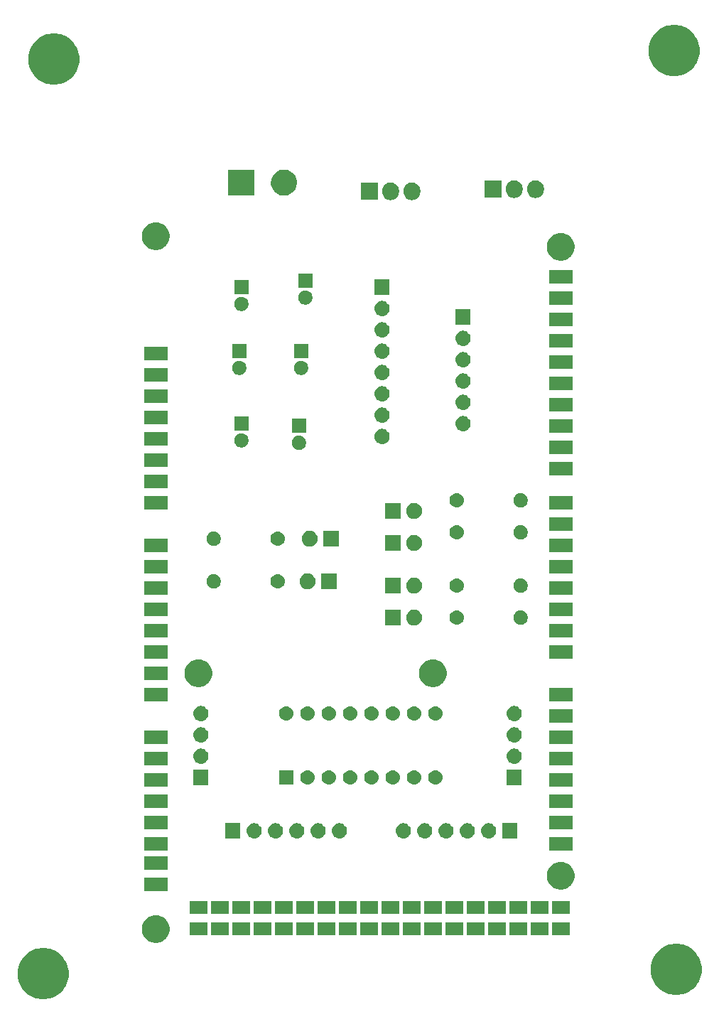
<source format=gts>
G04 #@! TF.GenerationSoftware,KiCad,Pcbnew,(5.1.2)-2*
G04 #@! TF.CreationDate,2019-10-19T08:53:18-10:00*
G04 #@! TF.ProjectId,differtial_robot(v2),64696666-6572-4746-9961-6c5f726f626f,rev?*
G04 #@! TF.SameCoordinates,Original*
G04 #@! TF.FileFunction,Soldermask,Top*
G04 #@! TF.FilePolarity,Negative*
%FSLAX46Y46*%
G04 Gerber Fmt 4.6, Leading zero omitted, Abs format (unit mm)*
G04 Created by KiCad (PCBNEW (5.1.2)-2) date 2019-10-19 08:53:18*
%MOMM*%
%LPD*%
G04 APERTURE LIST*
%ADD10C,0.100000*%
G04 APERTURE END LIST*
D10*
G36*
X83399170Y-172775879D02*
G01*
X83693868Y-172834498D01*
X84249067Y-173064469D01*
X84534867Y-173255435D01*
X84748733Y-173398335D01*
X85173665Y-173823267D01*
X85316565Y-174037133D01*
X85507531Y-174322933D01*
X85737502Y-174878132D01*
X85854740Y-175467528D01*
X85854740Y-176068472D01*
X85737502Y-176657868D01*
X85507531Y-177213067D01*
X85316565Y-177498867D01*
X85173665Y-177712733D01*
X84748733Y-178137665D01*
X84534867Y-178280565D01*
X84249067Y-178471531D01*
X83693868Y-178701502D01*
X83399170Y-178760121D01*
X83104473Y-178818740D01*
X82503527Y-178818740D01*
X82208830Y-178760121D01*
X81914132Y-178701502D01*
X81358933Y-178471531D01*
X81073133Y-178280565D01*
X80859267Y-178137665D01*
X80434335Y-177712733D01*
X80291435Y-177498867D01*
X80100469Y-177213067D01*
X79870498Y-176657868D01*
X79753260Y-176068472D01*
X79753260Y-175467528D01*
X79870498Y-174878132D01*
X80100469Y-174322933D01*
X80291435Y-174037133D01*
X80434335Y-173823267D01*
X80859267Y-173398335D01*
X81073133Y-173255435D01*
X81358933Y-173064469D01*
X81914132Y-172834498D01*
X82208830Y-172775879D01*
X82503527Y-172717260D01*
X83104473Y-172717260D01*
X83399170Y-172775879D01*
X83399170Y-172775879D01*
G37*
G36*
X158837170Y-172267879D02*
G01*
X159131868Y-172326498D01*
X159687067Y-172556469D01*
X159927707Y-172717260D01*
X160186733Y-172890335D01*
X160611665Y-173315267D01*
X160754565Y-173529133D01*
X160945531Y-173814933D01*
X161175502Y-174370132D01*
X161292740Y-174959528D01*
X161292740Y-175560472D01*
X161175502Y-176149868D01*
X160945531Y-176705067D01*
X160754565Y-176990867D01*
X160611665Y-177204733D01*
X160186733Y-177629665D01*
X160062412Y-177712733D01*
X159687067Y-177963531D01*
X159131868Y-178193502D01*
X158837170Y-178252121D01*
X158542473Y-178310740D01*
X157941527Y-178310740D01*
X157646830Y-178252121D01*
X157352132Y-178193502D01*
X156796933Y-177963531D01*
X156421588Y-177712733D01*
X156297267Y-177629665D01*
X155872335Y-177204733D01*
X155729435Y-176990867D01*
X155538469Y-176705067D01*
X155308498Y-176149868D01*
X155191260Y-175560472D01*
X155191260Y-174959528D01*
X155308498Y-174370132D01*
X155538469Y-173814933D01*
X155729435Y-173529133D01*
X155872335Y-173315267D01*
X156297267Y-172890335D01*
X156556293Y-172717260D01*
X156796933Y-172556469D01*
X157352132Y-172326498D01*
X157646830Y-172267879D01*
X157941527Y-172209260D01*
X158542473Y-172209260D01*
X158837170Y-172267879D01*
X158837170Y-172267879D01*
G37*
G36*
X96595257Y-168846299D02*
G01*
X96701580Y-168867448D01*
X97002043Y-168991904D01*
X97272452Y-169172586D01*
X97502416Y-169402550D01*
X97683098Y-169672959D01*
X97807554Y-169973422D01*
X97871001Y-170292392D01*
X97871001Y-170617610D01*
X97807554Y-170936580D01*
X97683098Y-171237043D01*
X97502416Y-171507452D01*
X97272452Y-171737416D01*
X97002043Y-171918098D01*
X96701580Y-172042554D01*
X96595257Y-172063703D01*
X96382612Y-172106001D01*
X96057390Y-172106001D01*
X95844745Y-172063703D01*
X95738422Y-172042554D01*
X95437959Y-171918098D01*
X95167550Y-171737416D01*
X94937586Y-171507452D01*
X94756904Y-171237043D01*
X94632448Y-170936580D01*
X94569001Y-170617610D01*
X94569001Y-170292392D01*
X94632448Y-169973422D01*
X94756904Y-169672959D01*
X94937586Y-169402550D01*
X95167550Y-169172586D01*
X95437959Y-168991904D01*
X95738422Y-168867448D01*
X95844745Y-168846299D01*
X96057390Y-168804001D01*
X96382612Y-168804001D01*
X96595257Y-168846299D01*
X96595257Y-168846299D01*
G37*
G36*
X117591001Y-171206001D02*
G01*
X115489001Y-171206001D01*
X115489001Y-169704001D01*
X117591001Y-169704001D01*
X117591001Y-171206001D01*
X117591001Y-171206001D01*
G37*
G36*
X102351001Y-171206001D02*
G01*
X100249001Y-171206001D01*
X100249001Y-169704001D01*
X102351001Y-169704001D01*
X102351001Y-171206001D01*
X102351001Y-171206001D01*
G37*
G36*
X104891001Y-171206001D02*
G01*
X102789001Y-171206001D01*
X102789001Y-169704001D01*
X104891001Y-169704001D01*
X104891001Y-171206001D01*
X104891001Y-171206001D01*
G37*
G36*
X107431001Y-171206001D02*
G01*
X105329001Y-171206001D01*
X105329001Y-169704001D01*
X107431001Y-169704001D01*
X107431001Y-171206001D01*
X107431001Y-171206001D01*
G37*
G36*
X109971001Y-171206001D02*
G01*
X107869001Y-171206001D01*
X107869001Y-169704001D01*
X109971001Y-169704001D01*
X109971001Y-171206001D01*
X109971001Y-171206001D01*
G37*
G36*
X112511001Y-171206001D02*
G01*
X110409001Y-171206001D01*
X110409001Y-169704001D01*
X112511001Y-169704001D01*
X112511001Y-171206001D01*
X112511001Y-171206001D01*
G37*
G36*
X115051001Y-171206001D02*
G01*
X112949001Y-171206001D01*
X112949001Y-169704001D01*
X115051001Y-169704001D01*
X115051001Y-171206001D01*
X115051001Y-171206001D01*
G37*
G36*
X120131001Y-171206001D02*
G01*
X118029001Y-171206001D01*
X118029001Y-169704001D01*
X120131001Y-169704001D01*
X120131001Y-171206001D01*
X120131001Y-171206001D01*
G37*
G36*
X122671001Y-171206001D02*
G01*
X120569001Y-171206001D01*
X120569001Y-169704001D01*
X122671001Y-169704001D01*
X122671001Y-171206001D01*
X122671001Y-171206001D01*
G37*
G36*
X127751001Y-171206001D02*
G01*
X125649001Y-171206001D01*
X125649001Y-169704001D01*
X127751001Y-169704001D01*
X127751001Y-171206001D01*
X127751001Y-171206001D01*
G37*
G36*
X130291001Y-171206001D02*
G01*
X128189001Y-171206001D01*
X128189001Y-169704001D01*
X130291001Y-169704001D01*
X130291001Y-171206001D01*
X130291001Y-171206001D01*
G37*
G36*
X132831001Y-171206001D02*
G01*
X130729001Y-171206001D01*
X130729001Y-169704001D01*
X132831001Y-169704001D01*
X132831001Y-171206001D01*
X132831001Y-171206001D01*
G37*
G36*
X135371001Y-171206001D02*
G01*
X133269001Y-171206001D01*
X133269001Y-169704001D01*
X135371001Y-169704001D01*
X135371001Y-171206001D01*
X135371001Y-171206001D01*
G37*
G36*
X137911001Y-171206001D02*
G01*
X135809001Y-171206001D01*
X135809001Y-169704001D01*
X137911001Y-169704001D01*
X137911001Y-171206001D01*
X137911001Y-171206001D01*
G37*
G36*
X140451001Y-171206001D02*
G01*
X138349001Y-171206001D01*
X138349001Y-169704001D01*
X140451001Y-169704001D01*
X140451001Y-171206001D01*
X140451001Y-171206001D01*
G37*
G36*
X142991001Y-171206001D02*
G01*
X140889001Y-171206001D01*
X140889001Y-169704001D01*
X142991001Y-169704001D01*
X142991001Y-171206001D01*
X142991001Y-171206001D01*
G37*
G36*
X145531001Y-171206001D02*
G01*
X143429001Y-171206001D01*
X143429001Y-169704001D01*
X145531001Y-169704001D01*
X145531001Y-171206001D01*
X145531001Y-171206001D01*
G37*
G36*
X125211001Y-171206001D02*
G01*
X123109001Y-171206001D01*
X123109001Y-169704001D01*
X125211001Y-169704001D01*
X125211001Y-171206001D01*
X125211001Y-171206001D01*
G37*
G36*
X122671001Y-168666001D02*
G01*
X120569001Y-168666001D01*
X120569001Y-167164001D01*
X122671001Y-167164001D01*
X122671001Y-168666001D01*
X122671001Y-168666001D01*
G37*
G36*
X125211001Y-168666001D02*
G01*
X123109001Y-168666001D01*
X123109001Y-167164001D01*
X125211001Y-167164001D01*
X125211001Y-168666001D01*
X125211001Y-168666001D01*
G37*
G36*
X127751001Y-168666001D02*
G01*
X125649001Y-168666001D01*
X125649001Y-167164001D01*
X127751001Y-167164001D01*
X127751001Y-168666001D01*
X127751001Y-168666001D01*
G37*
G36*
X112511001Y-168666001D02*
G01*
X110409001Y-168666001D01*
X110409001Y-167164001D01*
X112511001Y-167164001D01*
X112511001Y-168666001D01*
X112511001Y-168666001D01*
G37*
G36*
X107431001Y-168666001D02*
G01*
X105329001Y-168666001D01*
X105329001Y-167164001D01*
X107431001Y-167164001D01*
X107431001Y-168666001D01*
X107431001Y-168666001D01*
G37*
G36*
X104891001Y-168666001D02*
G01*
X102789001Y-168666001D01*
X102789001Y-167164001D01*
X104891001Y-167164001D01*
X104891001Y-168666001D01*
X104891001Y-168666001D01*
G37*
G36*
X102351001Y-168666001D02*
G01*
X100249001Y-168666001D01*
X100249001Y-167164001D01*
X102351001Y-167164001D01*
X102351001Y-168666001D01*
X102351001Y-168666001D01*
G37*
G36*
X115051001Y-168666001D02*
G01*
X112949001Y-168666001D01*
X112949001Y-167164001D01*
X115051001Y-167164001D01*
X115051001Y-168666001D01*
X115051001Y-168666001D01*
G37*
G36*
X109971001Y-168666001D02*
G01*
X107869001Y-168666001D01*
X107869001Y-167164001D01*
X109971001Y-167164001D01*
X109971001Y-168666001D01*
X109971001Y-168666001D01*
G37*
G36*
X137911001Y-168666001D02*
G01*
X135809001Y-168666001D01*
X135809001Y-167164001D01*
X137911001Y-167164001D01*
X137911001Y-168666001D01*
X137911001Y-168666001D01*
G37*
G36*
X120131001Y-168666001D02*
G01*
X118029001Y-168666001D01*
X118029001Y-167164001D01*
X120131001Y-167164001D01*
X120131001Y-168666001D01*
X120131001Y-168666001D01*
G37*
G36*
X142991001Y-168666001D02*
G01*
X140889001Y-168666001D01*
X140889001Y-167164001D01*
X142991001Y-167164001D01*
X142991001Y-168666001D01*
X142991001Y-168666001D01*
G37*
G36*
X135371001Y-168666001D02*
G01*
X133269001Y-168666001D01*
X133269001Y-167164001D01*
X135371001Y-167164001D01*
X135371001Y-168666001D01*
X135371001Y-168666001D01*
G37*
G36*
X132831001Y-168666001D02*
G01*
X130729001Y-168666001D01*
X130729001Y-167164001D01*
X132831001Y-167164001D01*
X132831001Y-168666001D01*
X132831001Y-168666001D01*
G37*
G36*
X117591001Y-168666001D02*
G01*
X115489001Y-168666001D01*
X115489001Y-167164001D01*
X117591001Y-167164001D01*
X117591001Y-168666001D01*
X117591001Y-168666001D01*
G37*
G36*
X145531001Y-168666001D02*
G01*
X143429001Y-168666001D01*
X143429001Y-167164001D01*
X145531001Y-167164001D01*
X145531001Y-168666001D01*
X145531001Y-168666001D01*
G37*
G36*
X140451001Y-168666001D02*
G01*
X138349001Y-168666001D01*
X138349001Y-167164001D01*
X140451001Y-167164001D01*
X140451001Y-168666001D01*
X140451001Y-168666001D01*
G37*
G36*
X130291001Y-168666001D02*
G01*
X128189001Y-168666001D01*
X128189001Y-167164001D01*
X130291001Y-167164001D01*
X130291001Y-168666001D01*
X130291001Y-168666001D01*
G37*
G36*
X97621001Y-165922001D02*
G01*
X94819001Y-165922001D01*
X94819001Y-164320001D01*
X97621001Y-164320001D01*
X97621001Y-165922001D01*
X97621001Y-165922001D01*
G37*
G36*
X144855257Y-162496299D02*
G01*
X144961580Y-162517448D01*
X145262043Y-162641904D01*
X145532452Y-162822586D01*
X145762416Y-163052550D01*
X145943098Y-163322959D01*
X146067554Y-163623422D01*
X146131001Y-163942392D01*
X146131001Y-164267610D01*
X146067554Y-164586580D01*
X145943098Y-164887043D01*
X145762416Y-165157452D01*
X145532452Y-165387416D01*
X145262043Y-165568098D01*
X144961580Y-165692554D01*
X144855257Y-165713703D01*
X144642612Y-165756001D01*
X144317390Y-165756001D01*
X144104745Y-165713703D01*
X143998422Y-165692554D01*
X143697959Y-165568098D01*
X143427550Y-165387416D01*
X143197586Y-165157452D01*
X143016904Y-164887043D01*
X142892448Y-164586580D01*
X142829001Y-164267610D01*
X142829001Y-163942392D01*
X142892448Y-163623422D01*
X143016904Y-163322959D01*
X143197586Y-163052550D01*
X143427550Y-162822586D01*
X143697959Y-162641904D01*
X143998422Y-162517448D01*
X144104745Y-162496299D01*
X144317390Y-162454001D01*
X144642612Y-162454001D01*
X144855257Y-162496299D01*
X144855257Y-162496299D01*
G37*
G36*
X97621001Y-163382001D02*
G01*
X94819001Y-163382001D01*
X94819001Y-161780001D01*
X97621001Y-161780001D01*
X97621001Y-163382001D01*
X97621001Y-163382001D01*
G37*
G36*
X145881001Y-161096001D02*
G01*
X143079001Y-161096001D01*
X143079001Y-159494001D01*
X145881001Y-159494001D01*
X145881001Y-161096001D01*
X145881001Y-161096001D01*
G37*
G36*
X97621001Y-161096001D02*
G01*
X94819001Y-161096001D01*
X94819001Y-159494001D01*
X97621001Y-159494001D01*
X97621001Y-161096001D01*
X97621001Y-161096001D01*
G37*
G36*
X139331000Y-159651000D02*
G01*
X137529000Y-159651000D01*
X137529000Y-157849000D01*
X139331000Y-157849000D01*
X139331000Y-159651000D01*
X139331000Y-159651000D01*
G37*
G36*
X136000443Y-157855519D02*
G01*
X136066627Y-157862037D01*
X136236466Y-157913557D01*
X136392991Y-157997222D01*
X136428729Y-158026552D01*
X136530186Y-158109814D01*
X136613448Y-158211271D01*
X136642778Y-158247009D01*
X136726443Y-158403534D01*
X136777963Y-158573373D01*
X136795359Y-158750000D01*
X136777963Y-158926627D01*
X136726443Y-159096466D01*
X136642778Y-159252991D01*
X136613448Y-159288729D01*
X136530186Y-159390186D01*
X136428729Y-159473448D01*
X136392991Y-159502778D01*
X136236466Y-159586443D01*
X136066627Y-159637963D01*
X136000442Y-159644482D01*
X135934260Y-159651000D01*
X135845740Y-159651000D01*
X135779558Y-159644482D01*
X135713373Y-159637963D01*
X135543534Y-159586443D01*
X135387009Y-159502778D01*
X135351271Y-159473448D01*
X135249814Y-159390186D01*
X135166552Y-159288729D01*
X135137222Y-159252991D01*
X135053557Y-159096466D01*
X135002037Y-158926627D01*
X134984641Y-158750000D01*
X135002037Y-158573373D01*
X135053557Y-158403534D01*
X135137222Y-158247009D01*
X135166552Y-158211271D01*
X135249814Y-158109814D01*
X135351271Y-158026552D01*
X135387009Y-157997222D01*
X135543534Y-157913557D01*
X135713373Y-157862037D01*
X135779557Y-157855519D01*
X135845740Y-157849000D01*
X135934260Y-157849000D01*
X136000443Y-157855519D01*
X136000443Y-157855519D01*
G37*
G36*
X113140443Y-157855519D02*
G01*
X113206627Y-157862037D01*
X113376466Y-157913557D01*
X113532991Y-157997222D01*
X113568729Y-158026552D01*
X113670186Y-158109814D01*
X113753448Y-158211271D01*
X113782778Y-158247009D01*
X113866443Y-158403534D01*
X113917963Y-158573373D01*
X113935359Y-158750000D01*
X113917963Y-158926627D01*
X113866443Y-159096466D01*
X113782778Y-159252991D01*
X113753448Y-159288729D01*
X113670186Y-159390186D01*
X113568729Y-159473448D01*
X113532991Y-159502778D01*
X113376466Y-159586443D01*
X113206627Y-159637963D01*
X113140442Y-159644482D01*
X113074260Y-159651000D01*
X112985740Y-159651000D01*
X112919558Y-159644482D01*
X112853373Y-159637963D01*
X112683534Y-159586443D01*
X112527009Y-159502778D01*
X112491271Y-159473448D01*
X112389814Y-159390186D01*
X112306552Y-159288729D01*
X112277222Y-159252991D01*
X112193557Y-159096466D01*
X112142037Y-158926627D01*
X112124641Y-158750000D01*
X112142037Y-158573373D01*
X112193557Y-158403534D01*
X112277222Y-158247009D01*
X112306552Y-158211271D01*
X112389814Y-158109814D01*
X112491271Y-158026552D01*
X112527009Y-157997222D01*
X112683534Y-157913557D01*
X112853373Y-157862037D01*
X112919557Y-157855519D01*
X112985740Y-157849000D01*
X113074260Y-157849000D01*
X113140443Y-157855519D01*
X113140443Y-157855519D01*
G37*
G36*
X110600443Y-157855519D02*
G01*
X110666627Y-157862037D01*
X110836466Y-157913557D01*
X110992991Y-157997222D01*
X111028729Y-158026552D01*
X111130186Y-158109814D01*
X111213448Y-158211271D01*
X111242778Y-158247009D01*
X111326443Y-158403534D01*
X111377963Y-158573373D01*
X111395359Y-158750000D01*
X111377963Y-158926627D01*
X111326443Y-159096466D01*
X111242778Y-159252991D01*
X111213448Y-159288729D01*
X111130186Y-159390186D01*
X111028729Y-159473448D01*
X110992991Y-159502778D01*
X110836466Y-159586443D01*
X110666627Y-159637963D01*
X110600442Y-159644482D01*
X110534260Y-159651000D01*
X110445740Y-159651000D01*
X110379558Y-159644482D01*
X110313373Y-159637963D01*
X110143534Y-159586443D01*
X109987009Y-159502778D01*
X109951271Y-159473448D01*
X109849814Y-159390186D01*
X109766552Y-159288729D01*
X109737222Y-159252991D01*
X109653557Y-159096466D01*
X109602037Y-158926627D01*
X109584641Y-158750000D01*
X109602037Y-158573373D01*
X109653557Y-158403534D01*
X109737222Y-158247009D01*
X109766552Y-158211271D01*
X109849814Y-158109814D01*
X109951271Y-158026552D01*
X109987009Y-157997222D01*
X110143534Y-157913557D01*
X110313373Y-157862037D01*
X110379557Y-157855519D01*
X110445740Y-157849000D01*
X110534260Y-157849000D01*
X110600443Y-157855519D01*
X110600443Y-157855519D01*
G37*
G36*
X133460443Y-157855519D02*
G01*
X133526627Y-157862037D01*
X133696466Y-157913557D01*
X133852991Y-157997222D01*
X133888729Y-158026552D01*
X133990186Y-158109814D01*
X134073448Y-158211271D01*
X134102778Y-158247009D01*
X134186443Y-158403534D01*
X134237963Y-158573373D01*
X134255359Y-158750000D01*
X134237963Y-158926627D01*
X134186443Y-159096466D01*
X134102778Y-159252991D01*
X134073448Y-159288729D01*
X133990186Y-159390186D01*
X133888729Y-159473448D01*
X133852991Y-159502778D01*
X133696466Y-159586443D01*
X133526627Y-159637963D01*
X133460442Y-159644482D01*
X133394260Y-159651000D01*
X133305740Y-159651000D01*
X133239558Y-159644482D01*
X133173373Y-159637963D01*
X133003534Y-159586443D01*
X132847009Y-159502778D01*
X132811271Y-159473448D01*
X132709814Y-159390186D01*
X132626552Y-159288729D01*
X132597222Y-159252991D01*
X132513557Y-159096466D01*
X132462037Y-158926627D01*
X132444641Y-158750000D01*
X132462037Y-158573373D01*
X132513557Y-158403534D01*
X132597222Y-158247009D01*
X132626552Y-158211271D01*
X132709814Y-158109814D01*
X132811271Y-158026552D01*
X132847009Y-157997222D01*
X133003534Y-157913557D01*
X133173373Y-157862037D01*
X133239557Y-157855519D01*
X133305740Y-157849000D01*
X133394260Y-157849000D01*
X133460443Y-157855519D01*
X133460443Y-157855519D01*
G37*
G36*
X128380443Y-157855519D02*
G01*
X128446627Y-157862037D01*
X128616466Y-157913557D01*
X128772991Y-157997222D01*
X128808729Y-158026552D01*
X128910186Y-158109814D01*
X128993448Y-158211271D01*
X129022778Y-158247009D01*
X129106443Y-158403534D01*
X129157963Y-158573373D01*
X129175359Y-158750000D01*
X129157963Y-158926627D01*
X129106443Y-159096466D01*
X129022778Y-159252991D01*
X128993448Y-159288729D01*
X128910186Y-159390186D01*
X128808729Y-159473448D01*
X128772991Y-159502778D01*
X128616466Y-159586443D01*
X128446627Y-159637963D01*
X128380442Y-159644482D01*
X128314260Y-159651000D01*
X128225740Y-159651000D01*
X128159558Y-159644482D01*
X128093373Y-159637963D01*
X127923534Y-159586443D01*
X127767009Y-159502778D01*
X127731271Y-159473448D01*
X127629814Y-159390186D01*
X127546552Y-159288729D01*
X127517222Y-159252991D01*
X127433557Y-159096466D01*
X127382037Y-158926627D01*
X127364641Y-158750000D01*
X127382037Y-158573373D01*
X127433557Y-158403534D01*
X127517222Y-158247009D01*
X127546552Y-158211271D01*
X127629814Y-158109814D01*
X127731271Y-158026552D01*
X127767009Y-157997222D01*
X127923534Y-157913557D01*
X128093373Y-157862037D01*
X128159557Y-157855519D01*
X128225740Y-157849000D01*
X128314260Y-157849000D01*
X128380443Y-157855519D01*
X128380443Y-157855519D01*
G37*
G36*
X118220443Y-157855519D02*
G01*
X118286627Y-157862037D01*
X118456466Y-157913557D01*
X118612991Y-157997222D01*
X118648729Y-158026552D01*
X118750186Y-158109814D01*
X118833448Y-158211271D01*
X118862778Y-158247009D01*
X118946443Y-158403534D01*
X118997963Y-158573373D01*
X119015359Y-158750000D01*
X118997963Y-158926627D01*
X118946443Y-159096466D01*
X118862778Y-159252991D01*
X118833448Y-159288729D01*
X118750186Y-159390186D01*
X118648729Y-159473448D01*
X118612991Y-159502778D01*
X118456466Y-159586443D01*
X118286627Y-159637963D01*
X118220442Y-159644482D01*
X118154260Y-159651000D01*
X118065740Y-159651000D01*
X117999558Y-159644482D01*
X117933373Y-159637963D01*
X117763534Y-159586443D01*
X117607009Y-159502778D01*
X117571271Y-159473448D01*
X117469814Y-159390186D01*
X117386552Y-159288729D01*
X117357222Y-159252991D01*
X117273557Y-159096466D01*
X117222037Y-158926627D01*
X117204641Y-158750000D01*
X117222037Y-158573373D01*
X117273557Y-158403534D01*
X117357222Y-158247009D01*
X117386552Y-158211271D01*
X117469814Y-158109814D01*
X117571271Y-158026552D01*
X117607009Y-157997222D01*
X117763534Y-157913557D01*
X117933373Y-157862037D01*
X117999557Y-157855519D01*
X118065740Y-157849000D01*
X118154260Y-157849000D01*
X118220443Y-157855519D01*
X118220443Y-157855519D01*
G37*
G36*
X130920443Y-157855519D02*
G01*
X130986627Y-157862037D01*
X131156466Y-157913557D01*
X131312991Y-157997222D01*
X131348729Y-158026552D01*
X131450186Y-158109814D01*
X131533448Y-158211271D01*
X131562778Y-158247009D01*
X131646443Y-158403534D01*
X131697963Y-158573373D01*
X131715359Y-158750000D01*
X131697963Y-158926627D01*
X131646443Y-159096466D01*
X131562778Y-159252991D01*
X131533448Y-159288729D01*
X131450186Y-159390186D01*
X131348729Y-159473448D01*
X131312991Y-159502778D01*
X131156466Y-159586443D01*
X130986627Y-159637963D01*
X130920442Y-159644482D01*
X130854260Y-159651000D01*
X130765740Y-159651000D01*
X130699558Y-159644482D01*
X130633373Y-159637963D01*
X130463534Y-159586443D01*
X130307009Y-159502778D01*
X130271271Y-159473448D01*
X130169814Y-159390186D01*
X130086552Y-159288729D01*
X130057222Y-159252991D01*
X129973557Y-159096466D01*
X129922037Y-158926627D01*
X129904641Y-158750000D01*
X129922037Y-158573373D01*
X129973557Y-158403534D01*
X130057222Y-158247009D01*
X130086552Y-158211271D01*
X130169814Y-158109814D01*
X130271271Y-158026552D01*
X130307009Y-157997222D01*
X130463534Y-157913557D01*
X130633373Y-157862037D01*
X130699557Y-157855519D01*
X130765740Y-157849000D01*
X130854260Y-157849000D01*
X130920443Y-157855519D01*
X130920443Y-157855519D01*
G37*
G36*
X125840443Y-157855519D02*
G01*
X125906627Y-157862037D01*
X126076466Y-157913557D01*
X126232991Y-157997222D01*
X126268729Y-158026552D01*
X126370186Y-158109814D01*
X126453448Y-158211271D01*
X126482778Y-158247009D01*
X126566443Y-158403534D01*
X126617963Y-158573373D01*
X126635359Y-158750000D01*
X126617963Y-158926627D01*
X126566443Y-159096466D01*
X126482778Y-159252991D01*
X126453448Y-159288729D01*
X126370186Y-159390186D01*
X126268729Y-159473448D01*
X126232991Y-159502778D01*
X126076466Y-159586443D01*
X125906627Y-159637963D01*
X125840442Y-159644482D01*
X125774260Y-159651000D01*
X125685740Y-159651000D01*
X125619558Y-159644482D01*
X125553373Y-159637963D01*
X125383534Y-159586443D01*
X125227009Y-159502778D01*
X125191271Y-159473448D01*
X125089814Y-159390186D01*
X125006552Y-159288729D01*
X124977222Y-159252991D01*
X124893557Y-159096466D01*
X124842037Y-158926627D01*
X124824641Y-158750000D01*
X124842037Y-158573373D01*
X124893557Y-158403534D01*
X124977222Y-158247009D01*
X125006552Y-158211271D01*
X125089814Y-158109814D01*
X125191271Y-158026552D01*
X125227009Y-157997222D01*
X125383534Y-157913557D01*
X125553373Y-157862037D01*
X125619557Y-157855519D01*
X125685740Y-157849000D01*
X125774260Y-157849000D01*
X125840443Y-157855519D01*
X125840443Y-157855519D01*
G37*
G36*
X115680443Y-157855519D02*
G01*
X115746627Y-157862037D01*
X115916466Y-157913557D01*
X116072991Y-157997222D01*
X116108729Y-158026552D01*
X116210186Y-158109814D01*
X116293448Y-158211271D01*
X116322778Y-158247009D01*
X116406443Y-158403534D01*
X116457963Y-158573373D01*
X116475359Y-158750000D01*
X116457963Y-158926627D01*
X116406443Y-159096466D01*
X116322778Y-159252991D01*
X116293448Y-159288729D01*
X116210186Y-159390186D01*
X116108729Y-159473448D01*
X116072991Y-159502778D01*
X115916466Y-159586443D01*
X115746627Y-159637963D01*
X115680442Y-159644482D01*
X115614260Y-159651000D01*
X115525740Y-159651000D01*
X115459558Y-159644482D01*
X115393373Y-159637963D01*
X115223534Y-159586443D01*
X115067009Y-159502778D01*
X115031271Y-159473448D01*
X114929814Y-159390186D01*
X114846552Y-159288729D01*
X114817222Y-159252991D01*
X114733557Y-159096466D01*
X114682037Y-158926627D01*
X114664641Y-158750000D01*
X114682037Y-158573373D01*
X114733557Y-158403534D01*
X114817222Y-158247009D01*
X114846552Y-158211271D01*
X114929814Y-158109814D01*
X115031271Y-158026552D01*
X115067009Y-157997222D01*
X115223534Y-157913557D01*
X115393373Y-157862037D01*
X115459557Y-157855519D01*
X115525740Y-157849000D01*
X115614260Y-157849000D01*
X115680443Y-157855519D01*
X115680443Y-157855519D01*
G37*
G36*
X108060443Y-157855519D02*
G01*
X108126627Y-157862037D01*
X108296466Y-157913557D01*
X108452991Y-157997222D01*
X108488729Y-158026552D01*
X108590186Y-158109814D01*
X108673448Y-158211271D01*
X108702778Y-158247009D01*
X108786443Y-158403534D01*
X108837963Y-158573373D01*
X108855359Y-158750000D01*
X108837963Y-158926627D01*
X108786443Y-159096466D01*
X108702778Y-159252991D01*
X108673448Y-159288729D01*
X108590186Y-159390186D01*
X108488729Y-159473448D01*
X108452991Y-159502778D01*
X108296466Y-159586443D01*
X108126627Y-159637963D01*
X108060442Y-159644482D01*
X107994260Y-159651000D01*
X107905740Y-159651000D01*
X107839558Y-159644482D01*
X107773373Y-159637963D01*
X107603534Y-159586443D01*
X107447009Y-159502778D01*
X107411271Y-159473448D01*
X107309814Y-159390186D01*
X107226552Y-159288729D01*
X107197222Y-159252991D01*
X107113557Y-159096466D01*
X107062037Y-158926627D01*
X107044641Y-158750000D01*
X107062037Y-158573373D01*
X107113557Y-158403534D01*
X107197222Y-158247009D01*
X107226552Y-158211271D01*
X107309814Y-158109814D01*
X107411271Y-158026552D01*
X107447009Y-157997222D01*
X107603534Y-157913557D01*
X107773373Y-157862037D01*
X107839557Y-157855519D01*
X107905740Y-157849000D01*
X107994260Y-157849000D01*
X108060443Y-157855519D01*
X108060443Y-157855519D01*
G37*
G36*
X106311000Y-159651000D02*
G01*
X104509000Y-159651000D01*
X104509000Y-157849000D01*
X106311000Y-157849000D01*
X106311000Y-159651000D01*
X106311000Y-159651000D01*
G37*
G36*
X97621001Y-158556001D02*
G01*
X94819001Y-158556001D01*
X94819001Y-156954001D01*
X97621001Y-156954001D01*
X97621001Y-158556001D01*
X97621001Y-158556001D01*
G37*
G36*
X145881001Y-158556001D02*
G01*
X143079001Y-158556001D01*
X143079001Y-156954001D01*
X145881001Y-156954001D01*
X145881001Y-158556001D01*
X145881001Y-158556001D01*
G37*
G36*
X97621001Y-156016001D02*
G01*
X94819001Y-156016001D01*
X94819001Y-154414001D01*
X97621001Y-154414001D01*
X97621001Y-156016001D01*
X97621001Y-156016001D01*
G37*
G36*
X145881001Y-156016001D02*
G01*
X143079001Y-156016001D01*
X143079001Y-154414001D01*
X145881001Y-154414001D01*
X145881001Y-156016001D01*
X145881001Y-156016001D01*
G37*
G36*
X145881001Y-153476001D02*
G01*
X143079001Y-153476001D01*
X143079001Y-151874001D01*
X145881001Y-151874001D01*
X145881001Y-153476001D01*
X145881001Y-153476001D01*
G37*
G36*
X97621001Y-153476001D02*
G01*
X94819001Y-153476001D01*
X94819001Y-151874001D01*
X97621001Y-151874001D01*
X97621001Y-153476001D01*
X97621001Y-153476001D01*
G37*
G36*
X102501000Y-153301000D02*
G01*
X100699000Y-153301000D01*
X100699000Y-151499000D01*
X102501000Y-151499000D01*
X102501000Y-153301000D01*
X102501000Y-153301000D01*
G37*
G36*
X139839000Y-153301000D02*
G01*
X138037000Y-153301000D01*
X138037000Y-151499000D01*
X139839000Y-151499000D01*
X139839000Y-153301000D01*
X139839000Y-153301000D01*
G37*
G36*
X117006823Y-151561313D02*
G01*
X117167242Y-151609976D01*
X117299906Y-151680886D01*
X117315078Y-151688996D01*
X117444659Y-151795341D01*
X117551004Y-151924922D01*
X117551005Y-151924924D01*
X117630024Y-152072758D01*
X117678687Y-152233177D01*
X117695117Y-152400000D01*
X117678687Y-152566823D01*
X117630024Y-152727242D01*
X117559114Y-152859906D01*
X117551004Y-152875078D01*
X117444659Y-153004659D01*
X117315078Y-153111004D01*
X117315076Y-153111005D01*
X117167242Y-153190024D01*
X117006823Y-153238687D01*
X116881804Y-153251000D01*
X116798196Y-153251000D01*
X116673177Y-153238687D01*
X116512758Y-153190024D01*
X116364924Y-153111005D01*
X116364922Y-153111004D01*
X116235341Y-153004659D01*
X116128996Y-152875078D01*
X116120886Y-152859906D01*
X116049976Y-152727242D01*
X116001313Y-152566823D01*
X115984883Y-152400000D01*
X116001313Y-152233177D01*
X116049976Y-152072758D01*
X116128995Y-151924924D01*
X116128996Y-151924922D01*
X116235341Y-151795341D01*
X116364922Y-151688996D01*
X116380094Y-151680886D01*
X116512758Y-151609976D01*
X116673177Y-151561313D01*
X116798196Y-151549000D01*
X116881804Y-151549000D01*
X117006823Y-151561313D01*
X117006823Y-151561313D01*
G37*
G36*
X114466823Y-151561313D02*
G01*
X114627242Y-151609976D01*
X114759906Y-151680886D01*
X114775078Y-151688996D01*
X114904659Y-151795341D01*
X115011004Y-151924922D01*
X115011005Y-151924924D01*
X115090024Y-152072758D01*
X115138687Y-152233177D01*
X115155117Y-152400000D01*
X115138687Y-152566823D01*
X115090024Y-152727242D01*
X115019114Y-152859906D01*
X115011004Y-152875078D01*
X114904659Y-153004659D01*
X114775078Y-153111004D01*
X114775076Y-153111005D01*
X114627242Y-153190024D01*
X114466823Y-153238687D01*
X114341804Y-153251000D01*
X114258196Y-153251000D01*
X114133177Y-153238687D01*
X113972758Y-153190024D01*
X113824924Y-153111005D01*
X113824922Y-153111004D01*
X113695341Y-153004659D01*
X113588996Y-152875078D01*
X113580886Y-152859906D01*
X113509976Y-152727242D01*
X113461313Y-152566823D01*
X113444883Y-152400000D01*
X113461313Y-152233177D01*
X113509976Y-152072758D01*
X113588995Y-151924924D01*
X113588996Y-151924922D01*
X113695341Y-151795341D01*
X113824922Y-151688996D01*
X113840094Y-151680886D01*
X113972758Y-151609976D01*
X114133177Y-151561313D01*
X114258196Y-151549000D01*
X114341804Y-151549000D01*
X114466823Y-151561313D01*
X114466823Y-151561313D01*
G37*
G36*
X112611000Y-153251000D02*
G01*
X110909000Y-153251000D01*
X110909000Y-151549000D01*
X112611000Y-151549000D01*
X112611000Y-153251000D01*
X112611000Y-153251000D01*
G37*
G36*
X122086823Y-151561313D02*
G01*
X122247242Y-151609976D01*
X122379906Y-151680886D01*
X122395078Y-151688996D01*
X122524659Y-151795341D01*
X122631004Y-151924922D01*
X122631005Y-151924924D01*
X122710024Y-152072758D01*
X122758687Y-152233177D01*
X122775117Y-152400000D01*
X122758687Y-152566823D01*
X122710024Y-152727242D01*
X122639114Y-152859906D01*
X122631004Y-152875078D01*
X122524659Y-153004659D01*
X122395078Y-153111004D01*
X122395076Y-153111005D01*
X122247242Y-153190024D01*
X122086823Y-153238687D01*
X121961804Y-153251000D01*
X121878196Y-153251000D01*
X121753177Y-153238687D01*
X121592758Y-153190024D01*
X121444924Y-153111005D01*
X121444922Y-153111004D01*
X121315341Y-153004659D01*
X121208996Y-152875078D01*
X121200886Y-152859906D01*
X121129976Y-152727242D01*
X121081313Y-152566823D01*
X121064883Y-152400000D01*
X121081313Y-152233177D01*
X121129976Y-152072758D01*
X121208995Y-151924924D01*
X121208996Y-151924922D01*
X121315341Y-151795341D01*
X121444922Y-151688996D01*
X121460094Y-151680886D01*
X121592758Y-151609976D01*
X121753177Y-151561313D01*
X121878196Y-151549000D01*
X121961804Y-151549000D01*
X122086823Y-151561313D01*
X122086823Y-151561313D01*
G37*
G36*
X124626823Y-151561313D02*
G01*
X124787242Y-151609976D01*
X124919906Y-151680886D01*
X124935078Y-151688996D01*
X125064659Y-151795341D01*
X125171004Y-151924922D01*
X125171005Y-151924924D01*
X125250024Y-152072758D01*
X125298687Y-152233177D01*
X125315117Y-152400000D01*
X125298687Y-152566823D01*
X125250024Y-152727242D01*
X125179114Y-152859906D01*
X125171004Y-152875078D01*
X125064659Y-153004659D01*
X124935078Y-153111004D01*
X124935076Y-153111005D01*
X124787242Y-153190024D01*
X124626823Y-153238687D01*
X124501804Y-153251000D01*
X124418196Y-153251000D01*
X124293177Y-153238687D01*
X124132758Y-153190024D01*
X123984924Y-153111005D01*
X123984922Y-153111004D01*
X123855341Y-153004659D01*
X123748996Y-152875078D01*
X123740886Y-152859906D01*
X123669976Y-152727242D01*
X123621313Y-152566823D01*
X123604883Y-152400000D01*
X123621313Y-152233177D01*
X123669976Y-152072758D01*
X123748995Y-151924924D01*
X123748996Y-151924922D01*
X123855341Y-151795341D01*
X123984922Y-151688996D01*
X124000094Y-151680886D01*
X124132758Y-151609976D01*
X124293177Y-151561313D01*
X124418196Y-151549000D01*
X124501804Y-151549000D01*
X124626823Y-151561313D01*
X124626823Y-151561313D01*
G37*
G36*
X127166823Y-151561313D02*
G01*
X127327242Y-151609976D01*
X127459906Y-151680886D01*
X127475078Y-151688996D01*
X127604659Y-151795341D01*
X127711004Y-151924922D01*
X127711005Y-151924924D01*
X127790024Y-152072758D01*
X127838687Y-152233177D01*
X127855117Y-152400000D01*
X127838687Y-152566823D01*
X127790024Y-152727242D01*
X127719114Y-152859906D01*
X127711004Y-152875078D01*
X127604659Y-153004659D01*
X127475078Y-153111004D01*
X127475076Y-153111005D01*
X127327242Y-153190024D01*
X127166823Y-153238687D01*
X127041804Y-153251000D01*
X126958196Y-153251000D01*
X126833177Y-153238687D01*
X126672758Y-153190024D01*
X126524924Y-153111005D01*
X126524922Y-153111004D01*
X126395341Y-153004659D01*
X126288996Y-152875078D01*
X126280886Y-152859906D01*
X126209976Y-152727242D01*
X126161313Y-152566823D01*
X126144883Y-152400000D01*
X126161313Y-152233177D01*
X126209976Y-152072758D01*
X126288995Y-151924924D01*
X126288996Y-151924922D01*
X126395341Y-151795341D01*
X126524922Y-151688996D01*
X126540094Y-151680886D01*
X126672758Y-151609976D01*
X126833177Y-151561313D01*
X126958196Y-151549000D01*
X127041804Y-151549000D01*
X127166823Y-151561313D01*
X127166823Y-151561313D01*
G37*
G36*
X129706823Y-151561313D02*
G01*
X129867242Y-151609976D01*
X129999906Y-151680886D01*
X130015078Y-151688996D01*
X130144659Y-151795341D01*
X130251004Y-151924922D01*
X130251005Y-151924924D01*
X130330024Y-152072758D01*
X130378687Y-152233177D01*
X130395117Y-152400000D01*
X130378687Y-152566823D01*
X130330024Y-152727242D01*
X130259114Y-152859906D01*
X130251004Y-152875078D01*
X130144659Y-153004659D01*
X130015078Y-153111004D01*
X130015076Y-153111005D01*
X129867242Y-153190024D01*
X129706823Y-153238687D01*
X129581804Y-153251000D01*
X129498196Y-153251000D01*
X129373177Y-153238687D01*
X129212758Y-153190024D01*
X129064924Y-153111005D01*
X129064922Y-153111004D01*
X128935341Y-153004659D01*
X128828996Y-152875078D01*
X128820886Y-152859906D01*
X128749976Y-152727242D01*
X128701313Y-152566823D01*
X128684883Y-152400000D01*
X128701313Y-152233177D01*
X128749976Y-152072758D01*
X128828995Y-151924924D01*
X128828996Y-151924922D01*
X128935341Y-151795341D01*
X129064922Y-151688996D01*
X129080094Y-151680886D01*
X129212758Y-151609976D01*
X129373177Y-151561313D01*
X129498196Y-151549000D01*
X129581804Y-151549000D01*
X129706823Y-151561313D01*
X129706823Y-151561313D01*
G37*
G36*
X119546823Y-151561313D02*
G01*
X119707242Y-151609976D01*
X119839906Y-151680886D01*
X119855078Y-151688996D01*
X119984659Y-151795341D01*
X120091004Y-151924922D01*
X120091005Y-151924924D01*
X120170024Y-152072758D01*
X120218687Y-152233177D01*
X120235117Y-152400000D01*
X120218687Y-152566823D01*
X120170024Y-152727242D01*
X120099114Y-152859906D01*
X120091004Y-152875078D01*
X119984659Y-153004659D01*
X119855078Y-153111004D01*
X119855076Y-153111005D01*
X119707242Y-153190024D01*
X119546823Y-153238687D01*
X119421804Y-153251000D01*
X119338196Y-153251000D01*
X119213177Y-153238687D01*
X119052758Y-153190024D01*
X118904924Y-153111005D01*
X118904922Y-153111004D01*
X118775341Y-153004659D01*
X118668996Y-152875078D01*
X118660886Y-152859906D01*
X118589976Y-152727242D01*
X118541313Y-152566823D01*
X118524883Y-152400000D01*
X118541313Y-152233177D01*
X118589976Y-152072758D01*
X118668995Y-151924924D01*
X118668996Y-151924922D01*
X118775341Y-151795341D01*
X118904922Y-151688996D01*
X118920094Y-151680886D01*
X119052758Y-151609976D01*
X119213177Y-151561313D01*
X119338196Y-151549000D01*
X119421804Y-151549000D01*
X119546823Y-151561313D01*
X119546823Y-151561313D01*
G37*
G36*
X97621001Y-150936001D02*
G01*
X94819001Y-150936001D01*
X94819001Y-149334001D01*
X97621001Y-149334001D01*
X97621001Y-150936001D01*
X97621001Y-150936001D01*
G37*
G36*
X145881001Y-150936001D02*
G01*
X143079001Y-150936001D01*
X143079001Y-149334001D01*
X145881001Y-149334001D01*
X145881001Y-150936001D01*
X145881001Y-150936001D01*
G37*
G36*
X139048443Y-148965519D02*
G01*
X139114627Y-148972037D01*
X139284466Y-149023557D01*
X139440991Y-149107222D01*
X139476729Y-149136552D01*
X139578186Y-149219814D01*
X139661448Y-149321271D01*
X139690778Y-149357009D01*
X139774443Y-149513534D01*
X139825963Y-149683373D01*
X139843359Y-149860000D01*
X139825963Y-150036627D01*
X139774443Y-150206466D01*
X139690778Y-150362991D01*
X139661448Y-150398729D01*
X139578186Y-150500186D01*
X139476729Y-150583448D01*
X139440991Y-150612778D01*
X139284466Y-150696443D01*
X139114627Y-150747963D01*
X139048443Y-150754481D01*
X138982260Y-150761000D01*
X138893740Y-150761000D01*
X138827557Y-150754481D01*
X138761373Y-150747963D01*
X138591534Y-150696443D01*
X138435009Y-150612778D01*
X138399271Y-150583448D01*
X138297814Y-150500186D01*
X138214552Y-150398729D01*
X138185222Y-150362991D01*
X138101557Y-150206466D01*
X138050037Y-150036627D01*
X138032641Y-149860000D01*
X138050037Y-149683373D01*
X138101557Y-149513534D01*
X138185222Y-149357009D01*
X138214552Y-149321271D01*
X138297814Y-149219814D01*
X138399271Y-149136552D01*
X138435009Y-149107222D01*
X138591534Y-149023557D01*
X138761373Y-148972037D01*
X138827557Y-148965519D01*
X138893740Y-148959000D01*
X138982260Y-148959000D01*
X139048443Y-148965519D01*
X139048443Y-148965519D01*
G37*
G36*
X101710443Y-148965519D02*
G01*
X101776627Y-148972037D01*
X101946466Y-149023557D01*
X102102991Y-149107222D01*
X102138729Y-149136552D01*
X102240186Y-149219814D01*
X102323448Y-149321271D01*
X102352778Y-149357009D01*
X102436443Y-149513534D01*
X102487963Y-149683373D01*
X102505359Y-149860000D01*
X102487963Y-150036627D01*
X102436443Y-150206466D01*
X102352778Y-150362991D01*
X102323448Y-150398729D01*
X102240186Y-150500186D01*
X102138729Y-150583448D01*
X102102991Y-150612778D01*
X101946466Y-150696443D01*
X101776627Y-150747963D01*
X101710443Y-150754481D01*
X101644260Y-150761000D01*
X101555740Y-150761000D01*
X101489557Y-150754481D01*
X101423373Y-150747963D01*
X101253534Y-150696443D01*
X101097009Y-150612778D01*
X101061271Y-150583448D01*
X100959814Y-150500186D01*
X100876552Y-150398729D01*
X100847222Y-150362991D01*
X100763557Y-150206466D01*
X100712037Y-150036627D01*
X100694641Y-149860000D01*
X100712037Y-149683373D01*
X100763557Y-149513534D01*
X100847222Y-149357009D01*
X100876552Y-149321271D01*
X100959814Y-149219814D01*
X101061271Y-149136552D01*
X101097009Y-149107222D01*
X101253534Y-149023557D01*
X101423373Y-148972037D01*
X101489557Y-148965519D01*
X101555740Y-148959000D01*
X101644260Y-148959000D01*
X101710443Y-148965519D01*
X101710443Y-148965519D01*
G37*
G36*
X145881001Y-148396001D02*
G01*
X143079001Y-148396001D01*
X143079001Y-146794001D01*
X145881001Y-146794001D01*
X145881001Y-148396001D01*
X145881001Y-148396001D01*
G37*
G36*
X97621001Y-148396001D02*
G01*
X94819001Y-148396001D01*
X94819001Y-146794001D01*
X97621001Y-146794001D01*
X97621001Y-148396001D01*
X97621001Y-148396001D01*
G37*
G36*
X139048442Y-146425518D02*
G01*
X139114627Y-146432037D01*
X139284466Y-146483557D01*
X139440991Y-146567222D01*
X139476729Y-146596552D01*
X139578186Y-146679814D01*
X139661448Y-146781271D01*
X139690778Y-146817009D01*
X139774443Y-146973534D01*
X139825963Y-147143373D01*
X139843359Y-147320000D01*
X139825963Y-147496627D01*
X139774443Y-147666466D01*
X139690778Y-147822991D01*
X139661448Y-147858729D01*
X139578186Y-147960186D01*
X139476729Y-148043448D01*
X139440991Y-148072778D01*
X139284466Y-148156443D01*
X139114627Y-148207963D01*
X139048442Y-148214482D01*
X138982260Y-148221000D01*
X138893740Y-148221000D01*
X138827558Y-148214482D01*
X138761373Y-148207963D01*
X138591534Y-148156443D01*
X138435009Y-148072778D01*
X138399271Y-148043448D01*
X138297814Y-147960186D01*
X138214552Y-147858729D01*
X138185222Y-147822991D01*
X138101557Y-147666466D01*
X138050037Y-147496627D01*
X138032641Y-147320000D01*
X138050037Y-147143373D01*
X138101557Y-146973534D01*
X138185222Y-146817009D01*
X138214552Y-146781271D01*
X138297814Y-146679814D01*
X138399271Y-146596552D01*
X138435009Y-146567222D01*
X138591534Y-146483557D01*
X138761373Y-146432037D01*
X138827558Y-146425518D01*
X138893740Y-146419000D01*
X138982260Y-146419000D01*
X139048442Y-146425518D01*
X139048442Y-146425518D01*
G37*
G36*
X101710442Y-146425518D02*
G01*
X101776627Y-146432037D01*
X101946466Y-146483557D01*
X102102991Y-146567222D01*
X102138729Y-146596552D01*
X102240186Y-146679814D01*
X102323448Y-146781271D01*
X102352778Y-146817009D01*
X102436443Y-146973534D01*
X102487963Y-147143373D01*
X102505359Y-147320000D01*
X102487963Y-147496627D01*
X102436443Y-147666466D01*
X102352778Y-147822991D01*
X102323448Y-147858729D01*
X102240186Y-147960186D01*
X102138729Y-148043448D01*
X102102991Y-148072778D01*
X101946466Y-148156443D01*
X101776627Y-148207963D01*
X101710442Y-148214482D01*
X101644260Y-148221000D01*
X101555740Y-148221000D01*
X101489558Y-148214482D01*
X101423373Y-148207963D01*
X101253534Y-148156443D01*
X101097009Y-148072778D01*
X101061271Y-148043448D01*
X100959814Y-147960186D01*
X100876552Y-147858729D01*
X100847222Y-147822991D01*
X100763557Y-147666466D01*
X100712037Y-147496627D01*
X100694641Y-147320000D01*
X100712037Y-147143373D01*
X100763557Y-146973534D01*
X100847222Y-146817009D01*
X100876552Y-146781271D01*
X100959814Y-146679814D01*
X101061271Y-146596552D01*
X101097009Y-146567222D01*
X101253534Y-146483557D01*
X101423373Y-146432037D01*
X101489558Y-146425518D01*
X101555740Y-146419000D01*
X101644260Y-146419000D01*
X101710442Y-146425518D01*
X101710442Y-146425518D01*
G37*
G36*
X145881001Y-145856001D02*
G01*
X143079001Y-145856001D01*
X143079001Y-144254001D01*
X145881001Y-144254001D01*
X145881001Y-145856001D01*
X145881001Y-145856001D01*
G37*
G36*
X139048443Y-143885519D02*
G01*
X139114627Y-143892037D01*
X139284466Y-143943557D01*
X139440991Y-144027222D01*
X139476729Y-144056552D01*
X139578186Y-144139814D01*
X139661448Y-144241271D01*
X139690778Y-144277009D01*
X139774443Y-144433534D01*
X139825963Y-144603373D01*
X139843359Y-144780000D01*
X139825963Y-144956627D01*
X139774443Y-145126466D01*
X139690778Y-145282991D01*
X139661448Y-145318729D01*
X139578186Y-145420186D01*
X139476729Y-145503448D01*
X139440991Y-145532778D01*
X139284466Y-145616443D01*
X139114627Y-145667963D01*
X139048443Y-145674481D01*
X138982260Y-145681000D01*
X138893740Y-145681000D01*
X138827557Y-145674481D01*
X138761373Y-145667963D01*
X138591534Y-145616443D01*
X138435009Y-145532778D01*
X138399271Y-145503448D01*
X138297814Y-145420186D01*
X138214552Y-145318729D01*
X138185222Y-145282991D01*
X138101557Y-145126466D01*
X138050037Y-144956627D01*
X138032641Y-144780000D01*
X138050037Y-144603373D01*
X138101557Y-144433534D01*
X138185222Y-144277009D01*
X138214552Y-144241271D01*
X138297814Y-144139814D01*
X138399271Y-144056552D01*
X138435009Y-144027222D01*
X138591534Y-143943557D01*
X138761373Y-143892037D01*
X138827557Y-143885519D01*
X138893740Y-143879000D01*
X138982260Y-143879000D01*
X139048443Y-143885519D01*
X139048443Y-143885519D01*
G37*
G36*
X101710443Y-143885519D02*
G01*
X101776627Y-143892037D01*
X101946466Y-143943557D01*
X102102991Y-144027222D01*
X102138729Y-144056552D01*
X102240186Y-144139814D01*
X102323448Y-144241271D01*
X102352778Y-144277009D01*
X102436443Y-144433534D01*
X102487963Y-144603373D01*
X102505359Y-144780000D01*
X102487963Y-144956627D01*
X102436443Y-145126466D01*
X102352778Y-145282991D01*
X102323448Y-145318729D01*
X102240186Y-145420186D01*
X102138729Y-145503448D01*
X102102991Y-145532778D01*
X101946466Y-145616443D01*
X101776627Y-145667963D01*
X101710443Y-145674481D01*
X101644260Y-145681000D01*
X101555740Y-145681000D01*
X101489557Y-145674481D01*
X101423373Y-145667963D01*
X101253534Y-145616443D01*
X101097009Y-145532778D01*
X101061271Y-145503448D01*
X100959814Y-145420186D01*
X100876552Y-145318729D01*
X100847222Y-145282991D01*
X100763557Y-145126466D01*
X100712037Y-144956627D01*
X100694641Y-144780000D01*
X100712037Y-144603373D01*
X100763557Y-144433534D01*
X100847222Y-144277009D01*
X100876552Y-144241271D01*
X100959814Y-144139814D01*
X101061271Y-144056552D01*
X101097009Y-144027222D01*
X101253534Y-143943557D01*
X101423373Y-143892037D01*
X101489557Y-143885519D01*
X101555740Y-143879000D01*
X101644260Y-143879000D01*
X101710443Y-143885519D01*
X101710443Y-143885519D01*
G37*
G36*
X114466823Y-143941313D02*
G01*
X114627242Y-143989976D01*
X114696922Y-144027221D01*
X114775078Y-144068996D01*
X114904659Y-144175341D01*
X115011004Y-144304922D01*
X115011005Y-144304924D01*
X115090024Y-144452758D01*
X115138687Y-144613177D01*
X115155117Y-144780000D01*
X115138687Y-144946823D01*
X115090024Y-145107242D01*
X115079747Y-145126468D01*
X115011004Y-145255078D01*
X114904659Y-145384659D01*
X114775078Y-145491004D01*
X114775076Y-145491005D01*
X114627242Y-145570024D01*
X114466823Y-145618687D01*
X114341804Y-145631000D01*
X114258196Y-145631000D01*
X114133177Y-145618687D01*
X113972758Y-145570024D01*
X113824924Y-145491005D01*
X113824922Y-145491004D01*
X113695341Y-145384659D01*
X113588996Y-145255078D01*
X113520253Y-145126468D01*
X113509976Y-145107242D01*
X113461313Y-144946823D01*
X113444883Y-144780000D01*
X113461313Y-144613177D01*
X113509976Y-144452758D01*
X113588995Y-144304924D01*
X113588996Y-144304922D01*
X113695341Y-144175341D01*
X113824922Y-144068996D01*
X113903078Y-144027221D01*
X113972758Y-143989976D01*
X114133177Y-143941313D01*
X114258196Y-143929000D01*
X114341804Y-143929000D01*
X114466823Y-143941313D01*
X114466823Y-143941313D01*
G37*
G36*
X129706823Y-143941313D02*
G01*
X129867242Y-143989976D01*
X129936922Y-144027221D01*
X130015078Y-144068996D01*
X130144659Y-144175341D01*
X130251004Y-144304922D01*
X130251005Y-144304924D01*
X130330024Y-144452758D01*
X130378687Y-144613177D01*
X130395117Y-144780000D01*
X130378687Y-144946823D01*
X130330024Y-145107242D01*
X130319747Y-145126468D01*
X130251004Y-145255078D01*
X130144659Y-145384659D01*
X130015078Y-145491004D01*
X130015076Y-145491005D01*
X129867242Y-145570024D01*
X129706823Y-145618687D01*
X129581804Y-145631000D01*
X129498196Y-145631000D01*
X129373177Y-145618687D01*
X129212758Y-145570024D01*
X129064924Y-145491005D01*
X129064922Y-145491004D01*
X128935341Y-145384659D01*
X128828996Y-145255078D01*
X128760253Y-145126468D01*
X128749976Y-145107242D01*
X128701313Y-144946823D01*
X128684883Y-144780000D01*
X128701313Y-144613177D01*
X128749976Y-144452758D01*
X128828995Y-144304924D01*
X128828996Y-144304922D01*
X128935341Y-144175341D01*
X129064922Y-144068996D01*
X129143078Y-144027221D01*
X129212758Y-143989976D01*
X129373177Y-143941313D01*
X129498196Y-143929000D01*
X129581804Y-143929000D01*
X129706823Y-143941313D01*
X129706823Y-143941313D01*
G37*
G36*
X122086823Y-143941313D02*
G01*
X122247242Y-143989976D01*
X122316922Y-144027221D01*
X122395078Y-144068996D01*
X122524659Y-144175341D01*
X122631004Y-144304922D01*
X122631005Y-144304924D01*
X122710024Y-144452758D01*
X122758687Y-144613177D01*
X122775117Y-144780000D01*
X122758687Y-144946823D01*
X122710024Y-145107242D01*
X122699747Y-145126468D01*
X122631004Y-145255078D01*
X122524659Y-145384659D01*
X122395078Y-145491004D01*
X122395076Y-145491005D01*
X122247242Y-145570024D01*
X122086823Y-145618687D01*
X121961804Y-145631000D01*
X121878196Y-145631000D01*
X121753177Y-145618687D01*
X121592758Y-145570024D01*
X121444924Y-145491005D01*
X121444922Y-145491004D01*
X121315341Y-145384659D01*
X121208996Y-145255078D01*
X121140253Y-145126468D01*
X121129976Y-145107242D01*
X121081313Y-144946823D01*
X121064883Y-144780000D01*
X121081313Y-144613177D01*
X121129976Y-144452758D01*
X121208995Y-144304924D01*
X121208996Y-144304922D01*
X121315341Y-144175341D01*
X121444922Y-144068996D01*
X121523078Y-144027221D01*
X121592758Y-143989976D01*
X121753177Y-143941313D01*
X121878196Y-143929000D01*
X121961804Y-143929000D01*
X122086823Y-143941313D01*
X122086823Y-143941313D01*
G37*
G36*
X124626823Y-143941313D02*
G01*
X124787242Y-143989976D01*
X124856922Y-144027221D01*
X124935078Y-144068996D01*
X125064659Y-144175341D01*
X125171004Y-144304922D01*
X125171005Y-144304924D01*
X125250024Y-144452758D01*
X125298687Y-144613177D01*
X125315117Y-144780000D01*
X125298687Y-144946823D01*
X125250024Y-145107242D01*
X125239747Y-145126468D01*
X125171004Y-145255078D01*
X125064659Y-145384659D01*
X124935078Y-145491004D01*
X124935076Y-145491005D01*
X124787242Y-145570024D01*
X124626823Y-145618687D01*
X124501804Y-145631000D01*
X124418196Y-145631000D01*
X124293177Y-145618687D01*
X124132758Y-145570024D01*
X123984924Y-145491005D01*
X123984922Y-145491004D01*
X123855341Y-145384659D01*
X123748996Y-145255078D01*
X123680253Y-145126468D01*
X123669976Y-145107242D01*
X123621313Y-144946823D01*
X123604883Y-144780000D01*
X123621313Y-144613177D01*
X123669976Y-144452758D01*
X123748995Y-144304924D01*
X123748996Y-144304922D01*
X123855341Y-144175341D01*
X123984922Y-144068996D01*
X124063078Y-144027221D01*
X124132758Y-143989976D01*
X124293177Y-143941313D01*
X124418196Y-143929000D01*
X124501804Y-143929000D01*
X124626823Y-143941313D01*
X124626823Y-143941313D01*
G37*
G36*
X127166823Y-143941313D02*
G01*
X127327242Y-143989976D01*
X127396922Y-144027221D01*
X127475078Y-144068996D01*
X127604659Y-144175341D01*
X127711004Y-144304922D01*
X127711005Y-144304924D01*
X127790024Y-144452758D01*
X127838687Y-144613177D01*
X127855117Y-144780000D01*
X127838687Y-144946823D01*
X127790024Y-145107242D01*
X127779747Y-145126468D01*
X127711004Y-145255078D01*
X127604659Y-145384659D01*
X127475078Y-145491004D01*
X127475076Y-145491005D01*
X127327242Y-145570024D01*
X127166823Y-145618687D01*
X127041804Y-145631000D01*
X126958196Y-145631000D01*
X126833177Y-145618687D01*
X126672758Y-145570024D01*
X126524924Y-145491005D01*
X126524922Y-145491004D01*
X126395341Y-145384659D01*
X126288996Y-145255078D01*
X126220253Y-145126468D01*
X126209976Y-145107242D01*
X126161313Y-144946823D01*
X126144883Y-144780000D01*
X126161313Y-144613177D01*
X126209976Y-144452758D01*
X126288995Y-144304924D01*
X126288996Y-144304922D01*
X126395341Y-144175341D01*
X126524922Y-144068996D01*
X126603078Y-144027221D01*
X126672758Y-143989976D01*
X126833177Y-143941313D01*
X126958196Y-143929000D01*
X127041804Y-143929000D01*
X127166823Y-143941313D01*
X127166823Y-143941313D01*
G37*
G36*
X119546823Y-143941313D02*
G01*
X119707242Y-143989976D01*
X119776922Y-144027221D01*
X119855078Y-144068996D01*
X119984659Y-144175341D01*
X120091004Y-144304922D01*
X120091005Y-144304924D01*
X120170024Y-144452758D01*
X120218687Y-144613177D01*
X120235117Y-144780000D01*
X120218687Y-144946823D01*
X120170024Y-145107242D01*
X120159747Y-145126468D01*
X120091004Y-145255078D01*
X119984659Y-145384659D01*
X119855078Y-145491004D01*
X119855076Y-145491005D01*
X119707242Y-145570024D01*
X119546823Y-145618687D01*
X119421804Y-145631000D01*
X119338196Y-145631000D01*
X119213177Y-145618687D01*
X119052758Y-145570024D01*
X118904924Y-145491005D01*
X118904922Y-145491004D01*
X118775341Y-145384659D01*
X118668996Y-145255078D01*
X118600253Y-145126468D01*
X118589976Y-145107242D01*
X118541313Y-144946823D01*
X118524883Y-144780000D01*
X118541313Y-144613177D01*
X118589976Y-144452758D01*
X118668995Y-144304924D01*
X118668996Y-144304922D01*
X118775341Y-144175341D01*
X118904922Y-144068996D01*
X118983078Y-144027221D01*
X119052758Y-143989976D01*
X119213177Y-143941313D01*
X119338196Y-143929000D01*
X119421804Y-143929000D01*
X119546823Y-143941313D01*
X119546823Y-143941313D01*
G37*
G36*
X117006823Y-143941313D02*
G01*
X117167242Y-143989976D01*
X117236922Y-144027221D01*
X117315078Y-144068996D01*
X117444659Y-144175341D01*
X117551004Y-144304922D01*
X117551005Y-144304924D01*
X117630024Y-144452758D01*
X117678687Y-144613177D01*
X117695117Y-144780000D01*
X117678687Y-144946823D01*
X117630024Y-145107242D01*
X117619747Y-145126468D01*
X117551004Y-145255078D01*
X117444659Y-145384659D01*
X117315078Y-145491004D01*
X117315076Y-145491005D01*
X117167242Y-145570024D01*
X117006823Y-145618687D01*
X116881804Y-145631000D01*
X116798196Y-145631000D01*
X116673177Y-145618687D01*
X116512758Y-145570024D01*
X116364924Y-145491005D01*
X116364922Y-145491004D01*
X116235341Y-145384659D01*
X116128996Y-145255078D01*
X116060253Y-145126468D01*
X116049976Y-145107242D01*
X116001313Y-144946823D01*
X115984883Y-144780000D01*
X116001313Y-144613177D01*
X116049976Y-144452758D01*
X116128995Y-144304924D01*
X116128996Y-144304922D01*
X116235341Y-144175341D01*
X116364922Y-144068996D01*
X116443078Y-144027221D01*
X116512758Y-143989976D01*
X116673177Y-143941313D01*
X116798196Y-143929000D01*
X116881804Y-143929000D01*
X117006823Y-143941313D01*
X117006823Y-143941313D01*
G37*
G36*
X111926823Y-143941313D02*
G01*
X112087242Y-143989976D01*
X112156922Y-144027221D01*
X112235078Y-144068996D01*
X112364659Y-144175341D01*
X112471004Y-144304922D01*
X112471005Y-144304924D01*
X112550024Y-144452758D01*
X112598687Y-144613177D01*
X112615117Y-144780000D01*
X112598687Y-144946823D01*
X112550024Y-145107242D01*
X112539747Y-145126468D01*
X112471004Y-145255078D01*
X112364659Y-145384659D01*
X112235078Y-145491004D01*
X112235076Y-145491005D01*
X112087242Y-145570024D01*
X111926823Y-145618687D01*
X111801804Y-145631000D01*
X111718196Y-145631000D01*
X111593177Y-145618687D01*
X111432758Y-145570024D01*
X111284924Y-145491005D01*
X111284922Y-145491004D01*
X111155341Y-145384659D01*
X111048996Y-145255078D01*
X110980253Y-145126468D01*
X110969976Y-145107242D01*
X110921313Y-144946823D01*
X110904883Y-144780000D01*
X110921313Y-144613177D01*
X110969976Y-144452758D01*
X111048995Y-144304924D01*
X111048996Y-144304922D01*
X111155341Y-144175341D01*
X111284922Y-144068996D01*
X111363078Y-144027221D01*
X111432758Y-143989976D01*
X111593177Y-143941313D01*
X111718196Y-143929000D01*
X111801804Y-143929000D01*
X111926823Y-143941313D01*
X111926823Y-143941313D01*
G37*
G36*
X145881001Y-143316001D02*
G01*
X143079001Y-143316001D01*
X143079001Y-141714001D01*
X145881001Y-141714001D01*
X145881001Y-143316001D01*
X145881001Y-143316001D01*
G37*
G36*
X97621001Y-143316001D02*
G01*
X94819001Y-143316001D01*
X94819001Y-141714001D01*
X97621001Y-141714001D01*
X97621001Y-143316001D01*
X97621001Y-143316001D01*
G37*
G36*
X101675257Y-138366299D02*
G01*
X101781580Y-138387448D01*
X102082043Y-138511904D01*
X102352452Y-138692586D01*
X102582416Y-138922550D01*
X102763098Y-139192959D01*
X102887554Y-139493422D01*
X102951001Y-139812392D01*
X102951001Y-140137610D01*
X102887554Y-140456580D01*
X102763098Y-140757043D01*
X102582416Y-141027452D01*
X102352452Y-141257416D01*
X102082043Y-141438098D01*
X101781580Y-141562554D01*
X101675257Y-141583703D01*
X101462612Y-141626001D01*
X101137390Y-141626001D01*
X100924745Y-141583703D01*
X100818422Y-141562554D01*
X100517959Y-141438098D01*
X100247550Y-141257416D01*
X100017586Y-141027452D01*
X99836904Y-140757043D01*
X99712448Y-140456580D01*
X99649001Y-140137610D01*
X99649001Y-139812392D01*
X99712448Y-139493422D01*
X99836904Y-139192959D01*
X100017586Y-138922550D01*
X100247550Y-138692586D01*
X100517959Y-138511904D01*
X100818422Y-138387448D01*
X100924745Y-138366299D01*
X101137390Y-138324001D01*
X101462612Y-138324001D01*
X101675257Y-138366299D01*
X101675257Y-138366299D01*
G37*
G36*
X129615257Y-138366299D02*
G01*
X129721580Y-138387448D01*
X130022043Y-138511904D01*
X130292452Y-138692586D01*
X130522416Y-138922550D01*
X130703098Y-139192959D01*
X130827554Y-139493422D01*
X130891001Y-139812392D01*
X130891001Y-140137610D01*
X130827554Y-140456580D01*
X130703098Y-140757043D01*
X130522416Y-141027452D01*
X130292452Y-141257416D01*
X130022043Y-141438098D01*
X129721580Y-141562554D01*
X129615257Y-141583703D01*
X129402612Y-141626001D01*
X129077390Y-141626001D01*
X128864745Y-141583703D01*
X128758422Y-141562554D01*
X128457959Y-141438098D01*
X128187550Y-141257416D01*
X127957586Y-141027452D01*
X127776904Y-140757043D01*
X127652448Y-140456580D01*
X127589001Y-140137610D01*
X127589001Y-139812392D01*
X127652448Y-139493422D01*
X127776904Y-139192959D01*
X127957586Y-138922550D01*
X128187550Y-138692586D01*
X128457959Y-138511904D01*
X128758422Y-138387448D01*
X128864745Y-138366299D01*
X129077390Y-138324001D01*
X129402612Y-138324001D01*
X129615257Y-138366299D01*
X129615257Y-138366299D01*
G37*
G36*
X97621001Y-140776001D02*
G01*
X94819001Y-140776001D01*
X94819001Y-139174001D01*
X97621001Y-139174001D01*
X97621001Y-140776001D01*
X97621001Y-140776001D01*
G37*
G36*
X145881001Y-138236001D02*
G01*
X143079001Y-138236001D01*
X143079001Y-136634001D01*
X145881001Y-136634001D01*
X145881001Y-138236001D01*
X145881001Y-138236001D01*
G37*
G36*
X97621001Y-138236001D02*
G01*
X94819001Y-138236001D01*
X94819001Y-136634001D01*
X97621001Y-136634001D01*
X97621001Y-138236001D01*
X97621001Y-138236001D01*
G37*
G36*
X97621001Y-135696001D02*
G01*
X94819001Y-135696001D01*
X94819001Y-134094001D01*
X97621001Y-134094001D01*
X97621001Y-135696001D01*
X97621001Y-135696001D01*
G37*
G36*
X145881001Y-135696001D02*
G01*
X143079001Y-135696001D01*
X143079001Y-134094001D01*
X145881001Y-134094001D01*
X145881001Y-135696001D01*
X145881001Y-135696001D01*
G37*
G36*
X127277395Y-132435546D02*
G01*
X127450466Y-132507234D01*
X127456572Y-132511314D01*
X127606227Y-132611310D01*
X127738690Y-132743773D01*
X127781284Y-132807520D01*
X127842766Y-132899534D01*
X127914454Y-133072605D01*
X127951000Y-133256333D01*
X127951000Y-133443667D01*
X127914454Y-133627395D01*
X127842766Y-133800466D01*
X127842765Y-133800467D01*
X127738690Y-133956227D01*
X127606227Y-134088690D01*
X127583092Y-134104148D01*
X127450466Y-134192766D01*
X127277395Y-134264454D01*
X127093667Y-134301000D01*
X126906333Y-134301000D01*
X126722605Y-134264454D01*
X126549534Y-134192766D01*
X126416908Y-134104148D01*
X126393773Y-134088690D01*
X126261310Y-133956227D01*
X126157235Y-133800467D01*
X126157234Y-133800466D01*
X126085546Y-133627395D01*
X126049000Y-133443667D01*
X126049000Y-133256333D01*
X126085546Y-133072605D01*
X126157234Y-132899534D01*
X126218716Y-132807520D01*
X126261310Y-132743773D01*
X126393773Y-132611310D01*
X126543428Y-132511314D01*
X126549534Y-132507234D01*
X126722605Y-132435546D01*
X126906333Y-132399000D01*
X127093667Y-132399000D01*
X127277395Y-132435546D01*
X127277395Y-132435546D01*
G37*
G36*
X125411000Y-134301000D02*
G01*
X123509000Y-134301000D01*
X123509000Y-132399000D01*
X125411000Y-132399000D01*
X125411000Y-134301000D01*
X125411000Y-134301000D01*
G37*
G36*
X132246823Y-132511313D02*
G01*
X132407242Y-132559976D01*
X132474361Y-132595852D01*
X132555078Y-132638996D01*
X132684659Y-132745341D01*
X132791004Y-132874922D01*
X132791005Y-132874924D01*
X132870024Y-133022758D01*
X132918687Y-133183177D01*
X132935117Y-133350000D01*
X132918687Y-133516823D01*
X132870024Y-133677242D01*
X132829477Y-133753100D01*
X132791004Y-133825078D01*
X132684659Y-133954659D01*
X132555078Y-134061004D01*
X132555076Y-134061005D01*
X132407242Y-134140024D01*
X132246823Y-134188687D01*
X132121804Y-134201000D01*
X132038196Y-134201000D01*
X131913177Y-134188687D01*
X131752758Y-134140024D01*
X131604924Y-134061005D01*
X131604922Y-134061004D01*
X131475341Y-133954659D01*
X131368996Y-133825078D01*
X131330523Y-133753100D01*
X131289976Y-133677242D01*
X131241313Y-133516823D01*
X131224883Y-133350000D01*
X131241313Y-133183177D01*
X131289976Y-133022758D01*
X131368995Y-132874924D01*
X131368996Y-132874922D01*
X131475341Y-132745341D01*
X131604922Y-132638996D01*
X131685639Y-132595852D01*
X131752758Y-132559976D01*
X131913177Y-132511313D01*
X132038196Y-132499000D01*
X132121804Y-132499000D01*
X132246823Y-132511313D01*
X132246823Y-132511313D01*
G37*
G36*
X139948228Y-132531703D02*
G01*
X140103100Y-132595853D01*
X140242481Y-132688985D01*
X140361015Y-132807519D01*
X140454147Y-132946900D01*
X140518297Y-133101772D01*
X140551000Y-133266184D01*
X140551000Y-133433816D01*
X140518297Y-133598228D01*
X140454147Y-133753100D01*
X140361015Y-133892481D01*
X140242481Y-134011015D01*
X140103100Y-134104147D01*
X139948228Y-134168297D01*
X139783816Y-134201000D01*
X139616184Y-134201000D01*
X139451772Y-134168297D01*
X139296900Y-134104147D01*
X139157519Y-134011015D01*
X139038985Y-133892481D01*
X138945853Y-133753100D01*
X138881703Y-133598228D01*
X138849000Y-133433816D01*
X138849000Y-133266184D01*
X138881703Y-133101772D01*
X138945853Y-132946900D01*
X139038985Y-132807519D01*
X139157519Y-132688985D01*
X139296900Y-132595853D01*
X139451772Y-132531703D01*
X139616184Y-132499000D01*
X139783816Y-132499000D01*
X139948228Y-132531703D01*
X139948228Y-132531703D01*
G37*
G36*
X97621001Y-133156001D02*
G01*
X94819001Y-133156001D01*
X94819001Y-131554001D01*
X97621001Y-131554001D01*
X97621001Y-133156001D01*
X97621001Y-133156001D01*
G37*
G36*
X145881001Y-133156001D02*
G01*
X143079001Y-133156001D01*
X143079001Y-131554001D01*
X145881001Y-131554001D01*
X145881001Y-133156001D01*
X145881001Y-133156001D01*
G37*
G36*
X145881001Y-130616001D02*
G01*
X143079001Y-130616001D01*
X143079001Y-129014001D01*
X145881001Y-129014001D01*
X145881001Y-130616001D01*
X145881001Y-130616001D01*
G37*
G36*
X97621001Y-130616001D02*
G01*
X94819001Y-130616001D01*
X94819001Y-129014001D01*
X97621001Y-129014001D01*
X97621001Y-130616001D01*
X97621001Y-130616001D01*
G37*
G36*
X127277395Y-128625546D02*
G01*
X127450466Y-128697234D01*
X127456572Y-128701314D01*
X127606227Y-128801310D01*
X127738690Y-128933773D01*
X127781284Y-128997520D01*
X127842766Y-129089534D01*
X127914454Y-129262605D01*
X127951000Y-129446333D01*
X127951000Y-129633667D01*
X127914454Y-129817395D01*
X127842766Y-129990466D01*
X127842765Y-129990467D01*
X127738690Y-130146227D01*
X127606227Y-130278690D01*
X127583092Y-130294148D01*
X127450466Y-130382766D01*
X127277395Y-130454454D01*
X127093667Y-130491000D01*
X126906333Y-130491000D01*
X126722605Y-130454454D01*
X126549534Y-130382766D01*
X126416908Y-130294148D01*
X126393773Y-130278690D01*
X126261310Y-130146227D01*
X126157235Y-129990467D01*
X126157234Y-129990466D01*
X126085546Y-129817395D01*
X126049000Y-129633667D01*
X126049000Y-129446333D01*
X126085546Y-129262605D01*
X126157234Y-129089534D01*
X126218716Y-128997520D01*
X126261310Y-128933773D01*
X126393773Y-128801310D01*
X126543428Y-128701314D01*
X126549534Y-128697234D01*
X126722605Y-128625546D01*
X126906333Y-128589000D01*
X127093667Y-128589000D01*
X127277395Y-128625546D01*
X127277395Y-128625546D01*
G37*
G36*
X125411000Y-130491000D02*
G01*
X123509000Y-130491000D01*
X123509000Y-128589000D01*
X125411000Y-128589000D01*
X125411000Y-130491000D01*
X125411000Y-130491000D01*
G37*
G36*
X139948228Y-128721703D02*
G01*
X140103100Y-128785853D01*
X140242481Y-128878985D01*
X140361015Y-128997519D01*
X140454147Y-129136900D01*
X140518297Y-129291772D01*
X140551000Y-129456184D01*
X140551000Y-129623816D01*
X140518297Y-129788228D01*
X140454147Y-129943100D01*
X140361015Y-130082481D01*
X140242481Y-130201015D01*
X140103100Y-130294147D01*
X139948228Y-130358297D01*
X139783816Y-130391000D01*
X139616184Y-130391000D01*
X139451772Y-130358297D01*
X139296900Y-130294147D01*
X139157519Y-130201015D01*
X139038985Y-130082481D01*
X138945853Y-129943100D01*
X138881703Y-129788228D01*
X138849000Y-129623816D01*
X138849000Y-129456184D01*
X138881703Y-129291772D01*
X138945853Y-129136900D01*
X139038985Y-128997519D01*
X139157519Y-128878985D01*
X139296900Y-128785853D01*
X139451772Y-128721703D01*
X139616184Y-128689000D01*
X139783816Y-128689000D01*
X139948228Y-128721703D01*
X139948228Y-128721703D01*
G37*
G36*
X132246823Y-128701313D02*
G01*
X132407242Y-128749976D01*
X132474361Y-128785852D01*
X132555078Y-128828996D01*
X132684659Y-128935341D01*
X132791004Y-129064922D01*
X132791005Y-129064924D01*
X132870024Y-129212758D01*
X132918687Y-129373177D01*
X132935117Y-129540000D01*
X132918687Y-129706823D01*
X132870024Y-129867242D01*
X132829477Y-129943100D01*
X132791004Y-130015078D01*
X132684659Y-130144659D01*
X132555078Y-130251004D01*
X132555076Y-130251005D01*
X132407242Y-130330024D01*
X132246823Y-130378687D01*
X132121804Y-130391000D01*
X132038196Y-130391000D01*
X131913177Y-130378687D01*
X131752758Y-130330024D01*
X131604924Y-130251005D01*
X131604922Y-130251004D01*
X131475341Y-130144659D01*
X131368996Y-130015078D01*
X131330523Y-129943100D01*
X131289976Y-129867242D01*
X131241313Y-129706823D01*
X131224883Y-129540000D01*
X131241313Y-129373177D01*
X131289976Y-129212758D01*
X131368995Y-129064924D01*
X131368996Y-129064922D01*
X131475341Y-128935341D01*
X131604922Y-128828996D01*
X131685639Y-128785852D01*
X131752758Y-128749976D01*
X131913177Y-128701313D01*
X132038196Y-128689000D01*
X132121804Y-128689000D01*
X132246823Y-128701313D01*
X132246823Y-128701313D01*
G37*
G36*
X117791000Y-129983000D02*
G01*
X115889000Y-129983000D01*
X115889000Y-128081000D01*
X117791000Y-128081000D01*
X117791000Y-129983000D01*
X117791000Y-129983000D01*
G37*
G36*
X114577395Y-128117546D02*
G01*
X114750466Y-128189234D01*
X114756572Y-128193314D01*
X114906227Y-128293310D01*
X115038690Y-128425773D01*
X115081284Y-128489520D01*
X115142766Y-128581534D01*
X115214454Y-128754605D01*
X115251000Y-128938333D01*
X115251000Y-129125667D01*
X115214454Y-129309395D01*
X115142766Y-129482466D01*
X115142765Y-129482467D01*
X115038690Y-129638227D01*
X114906227Y-129770690D01*
X114883092Y-129786148D01*
X114750466Y-129874766D01*
X114577395Y-129946454D01*
X114393667Y-129983000D01*
X114206333Y-129983000D01*
X114022605Y-129946454D01*
X113849534Y-129874766D01*
X113716908Y-129786148D01*
X113693773Y-129770690D01*
X113561310Y-129638227D01*
X113457235Y-129482467D01*
X113457234Y-129482466D01*
X113385546Y-129309395D01*
X113349000Y-129125667D01*
X113349000Y-128938333D01*
X113385546Y-128754605D01*
X113457234Y-128581534D01*
X113518716Y-128489520D01*
X113561310Y-128425773D01*
X113693773Y-128293310D01*
X113843428Y-128193314D01*
X113849534Y-128189234D01*
X114022605Y-128117546D01*
X114206333Y-128081000D01*
X114393667Y-128081000D01*
X114577395Y-128117546D01*
X114577395Y-128117546D01*
G37*
G36*
X110910823Y-128193313D02*
G01*
X111071242Y-128241976D01*
X111138361Y-128277852D01*
X111219078Y-128320996D01*
X111348659Y-128427341D01*
X111455004Y-128556922D01*
X111455005Y-128556924D01*
X111534024Y-128704758D01*
X111582687Y-128865177D01*
X111599117Y-129032000D01*
X111582687Y-129198823D01*
X111534024Y-129359242D01*
X111493477Y-129435100D01*
X111455004Y-129507078D01*
X111348659Y-129636659D01*
X111219078Y-129743004D01*
X111219076Y-129743005D01*
X111071242Y-129822024D01*
X110910823Y-129870687D01*
X110785804Y-129883000D01*
X110702196Y-129883000D01*
X110577177Y-129870687D01*
X110416758Y-129822024D01*
X110268924Y-129743005D01*
X110268922Y-129743004D01*
X110139341Y-129636659D01*
X110032996Y-129507078D01*
X109994523Y-129435100D01*
X109953976Y-129359242D01*
X109905313Y-129198823D01*
X109888883Y-129032000D01*
X109905313Y-128865177D01*
X109953976Y-128704758D01*
X110032995Y-128556924D01*
X110032996Y-128556922D01*
X110139341Y-128427341D01*
X110268922Y-128320996D01*
X110349639Y-128277852D01*
X110416758Y-128241976D01*
X110577177Y-128193313D01*
X110702196Y-128181000D01*
X110785804Y-128181000D01*
X110910823Y-128193313D01*
X110910823Y-128193313D01*
G37*
G36*
X103372228Y-128213703D02*
G01*
X103527100Y-128277853D01*
X103666481Y-128370985D01*
X103785015Y-128489519D01*
X103878147Y-128628900D01*
X103942297Y-128783772D01*
X103975000Y-128948184D01*
X103975000Y-129115816D01*
X103942297Y-129280228D01*
X103878147Y-129435100D01*
X103785015Y-129574481D01*
X103666481Y-129693015D01*
X103527100Y-129786147D01*
X103372228Y-129850297D01*
X103207816Y-129883000D01*
X103040184Y-129883000D01*
X102875772Y-129850297D01*
X102720900Y-129786147D01*
X102581519Y-129693015D01*
X102462985Y-129574481D01*
X102369853Y-129435100D01*
X102305703Y-129280228D01*
X102273000Y-129115816D01*
X102273000Y-128948184D01*
X102305703Y-128783772D01*
X102369853Y-128628900D01*
X102462985Y-128489519D01*
X102581519Y-128370985D01*
X102720900Y-128277853D01*
X102875772Y-128213703D01*
X103040184Y-128181000D01*
X103207816Y-128181000D01*
X103372228Y-128213703D01*
X103372228Y-128213703D01*
G37*
G36*
X145881001Y-128076001D02*
G01*
X143079001Y-128076001D01*
X143079001Y-126474001D01*
X145881001Y-126474001D01*
X145881001Y-128076001D01*
X145881001Y-128076001D01*
G37*
G36*
X97621001Y-128076001D02*
G01*
X94819001Y-128076001D01*
X94819001Y-126474001D01*
X97621001Y-126474001D01*
X97621001Y-128076001D01*
X97621001Y-128076001D01*
G37*
G36*
X145881001Y-125536001D02*
G01*
X143079001Y-125536001D01*
X143079001Y-123934001D01*
X145881001Y-123934001D01*
X145881001Y-125536001D01*
X145881001Y-125536001D01*
G37*
G36*
X97621001Y-125536001D02*
G01*
X94819001Y-125536001D01*
X94819001Y-123934001D01*
X97621001Y-123934001D01*
X97621001Y-125536001D01*
X97621001Y-125536001D01*
G37*
G36*
X127277395Y-123545546D02*
G01*
X127450466Y-123617234D01*
X127522069Y-123665078D01*
X127606227Y-123721310D01*
X127738690Y-123853773D01*
X127770249Y-123901005D01*
X127842766Y-124009534D01*
X127914454Y-124182605D01*
X127951000Y-124366333D01*
X127951000Y-124553667D01*
X127914454Y-124737395D01*
X127842766Y-124910466D01*
X127842765Y-124910467D01*
X127738690Y-125066227D01*
X127606227Y-125198690D01*
X127527818Y-125251081D01*
X127450466Y-125302766D01*
X127277395Y-125374454D01*
X127093667Y-125411000D01*
X126906333Y-125411000D01*
X126722605Y-125374454D01*
X126549534Y-125302766D01*
X126472182Y-125251081D01*
X126393773Y-125198690D01*
X126261310Y-125066227D01*
X126157235Y-124910467D01*
X126157234Y-124910466D01*
X126085546Y-124737395D01*
X126049000Y-124553667D01*
X126049000Y-124366333D01*
X126085546Y-124182605D01*
X126157234Y-124009534D01*
X126229751Y-123901005D01*
X126261310Y-123853773D01*
X126393773Y-123721310D01*
X126477931Y-123665078D01*
X126549534Y-123617234D01*
X126722605Y-123545546D01*
X126906333Y-123509000D01*
X127093667Y-123509000D01*
X127277395Y-123545546D01*
X127277395Y-123545546D01*
G37*
G36*
X125411000Y-125411000D02*
G01*
X123509000Y-125411000D01*
X123509000Y-123509000D01*
X125411000Y-123509000D01*
X125411000Y-125411000D01*
X125411000Y-125411000D01*
G37*
G36*
X114831395Y-123037546D02*
G01*
X115004466Y-123109234D01*
X115010572Y-123113314D01*
X115160227Y-123213310D01*
X115292690Y-123345773D01*
X115335284Y-123409520D01*
X115396766Y-123501534D01*
X115468454Y-123674605D01*
X115505000Y-123858333D01*
X115505000Y-124045667D01*
X115468454Y-124229395D01*
X115396766Y-124402466D01*
X115396765Y-124402467D01*
X115292690Y-124558227D01*
X115160227Y-124690690D01*
X115137092Y-124706148D01*
X115004466Y-124794766D01*
X114831395Y-124866454D01*
X114647667Y-124903000D01*
X114460333Y-124903000D01*
X114276605Y-124866454D01*
X114103534Y-124794766D01*
X113970908Y-124706148D01*
X113947773Y-124690690D01*
X113815310Y-124558227D01*
X113711235Y-124402467D01*
X113711234Y-124402466D01*
X113639546Y-124229395D01*
X113603000Y-124045667D01*
X113603000Y-123858333D01*
X113639546Y-123674605D01*
X113711234Y-123501534D01*
X113772716Y-123409520D01*
X113815310Y-123345773D01*
X113947773Y-123213310D01*
X114097428Y-123113314D01*
X114103534Y-123109234D01*
X114276605Y-123037546D01*
X114460333Y-123001000D01*
X114647667Y-123001000D01*
X114831395Y-123037546D01*
X114831395Y-123037546D01*
G37*
G36*
X118045000Y-124903000D02*
G01*
X116143000Y-124903000D01*
X116143000Y-123001000D01*
X118045000Y-123001000D01*
X118045000Y-124903000D01*
X118045000Y-124903000D01*
G37*
G36*
X110910823Y-123113313D02*
G01*
X111071242Y-123161976D01*
X111138361Y-123197852D01*
X111219078Y-123240996D01*
X111348659Y-123347341D01*
X111455004Y-123476922D01*
X111455005Y-123476924D01*
X111534024Y-123624758D01*
X111582687Y-123785177D01*
X111599117Y-123952000D01*
X111582687Y-124118823D01*
X111534024Y-124279242D01*
X111493477Y-124355100D01*
X111455004Y-124427078D01*
X111348659Y-124556659D01*
X111219078Y-124663004D01*
X111219076Y-124663005D01*
X111071242Y-124742024D01*
X110910823Y-124790687D01*
X110785804Y-124803000D01*
X110702196Y-124803000D01*
X110577177Y-124790687D01*
X110416758Y-124742024D01*
X110268924Y-124663005D01*
X110268922Y-124663004D01*
X110139341Y-124556659D01*
X110032996Y-124427078D01*
X109994523Y-124355100D01*
X109953976Y-124279242D01*
X109905313Y-124118823D01*
X109888883Y-123952000D01*
X109905313Y-123785177D01*
X109953976Y-123624758D01*
X110032995Y-123476924D01*
X110032996Y-123476922D01*
X110139341Y-123347341D01*
X110268922Y-123240996D01*
X110349639Y-123197852D01*
X110416758Y-123161976D01*
X110577177Y-123113313D01*
X110702196Y-123101000D01*
X110785804Y-123101000D01*
X110910823Y-123113313D01*
X110910823Y-123113313D01*
G37*
G36*
X103372228Y-123133703D02*
G01*
X103527100Y-123197853D01*
X103666481Y-123290985D01*
X103785015Y-123409519D01*
X103878147Y-123548900D01*
X103942297Y-123703772D01*
X103975000Y-123868184D01*
X103975000Y-124035816D01*
X103942297Y-124200228D01*
X103878147Y-124355100D01*
X103785015Y-124494481D01*
X103666481Y-124613015D01*
X103527100Y-124706147D01*
X103372228Y-124770297D01*
X103207816Y-124803000D01*
X103040184Y-124803000D01*
X102875772Y-124770297D01*
X102720900Y-124706147D01*
X102581519Y-124613015D01*
X102462985Y-124494481D01*
X102369853Y-124355100D01*
X102305703Y-124200228D01*
X102273000Y-124035816D01*
X102273000Y-123868184D01*
X102305703Y-123703772D01*
X102369853Y-123548900D01*
X102462985Y-123409519D01*
X102581519Y-123290985D01*
X102720900Y-123197853D01*
X102875772Y-123133703D01*
X103040184Y-123101000D01*
X103207816Y-123101000D01*
X103372228Y-123133703D01*
X103372228Y-123133703D01*
G37*
G36*
X139948228Y-122371703D02*
G01*
X140103100Y-122435853D01*
X140242481Y-122528985D01*
X140361015Y-122647519D01*
X140454147Y-122786900D01*
X140518297Y-122941772D01*
X140551000Y-123106184D01*
X140551000Y-123273816D01*
X140518297Y-123438228D01*
X140454147Y-123593100D01*
X140361015Y-123732481D01*
X140242481Y-123851015D01*
X140103100Y-123944147D01*
X139948228Y-124008297D01*
X139783816Y-124041000D01*
X139616184Y-124041000D01*
X139451772Y-124008297D01*
X139296900Y-123944147D01*
X139157519Y-123851015D01*
X139038985Y-123732481D01*
X138945853Y-123593100D01*
X138881703Y-123438228D01*
X138849000Y-123273816D01*
X138849000Y-123106184D01*
X138881703Y-122941772D01*
X138945853Y-122786900D01*
X139038985Y-122647519D01*
X139157519Y-122528985D01*
X139296900Y-122435853D01*
X139451772Y-122371703D01*
X139616184Y-122339000D01*
X139783816Y-122339000D01*
X139948228Y-122371703D01*
X139948228Y-122371703D01*
G37*
G36*
X132246823Y-122351313D02*
G01*
X132407242Y-122399976D01*
X132474361Y-122435852D01*
X132555078Y-122478996D01*
X132684659Y-122585341D01*
X132791004Y-122714922D01*
X132791005Y-122714924D01*
X132870024Y-122862758D01*
X132918687Y-123023177D01*
X132935117Y-123190000D01*
X132918687Y-123356823D01*
X132870024Y-123517242D01*
X132812555Y-123624758D01*
X132791004Y-123665078D01*
X132684659Y-123794659D01*
X132555078Y-123901004D01*
X132555076Y-123901005D01*
X132407242Y-123980024D01*
X132246823Y-124028687D01*
X132121804Y-124041000D01*
X132038196Y-124041000D01*
X131913177Y-124028687D01*
X131752758Y-123980024D01*
X131604924Y-123901005D01*
X131604922Y-123901004D01*
X131475341Y-123794659D01*
X131368996Y-123665078D01*
X131347445Y-123624758D01*
X131289976Y-123517242D01*
X131241313Y-123356823D01*
X131224883Y-123190000D01*
X131241313Y-123023177D01*
X131289976Y-122862758D01*
X131368995Y-122714924D01*
X131368996Y-122714922D01*
X131475341Y-122585341D01*
X131604922Y-122478996D01*
X131685639Y-122435852D01*
X131752758Y-122399976D01*
X131913177Y-122351313D01*
X132038196Y-122339000D01*
X132121804Y-122339000D01*
X132246823Y-122351313D01*
X132246823Y-122351313D01*
G37*
G36*
X145881001Y-122996001D02*
G01*
X143079001Y-122996001D01*
X143079001Y-121394001D01*
X145881001Y-121394001D01*
X145881001Y-122996001D01*
X145881001Y-122996001D01*
G37*
G36*
X127277395Y-119735546D02*
G01*
X127450466Y-119807234D01*
X127522069Y-119855078D01*
X127606227Y-119911310D01*
X127738690Y-120043773D01*
X127770249Y-120091005D01*
X127842766Y-120199534D01*
X127914454Y-120372605D01*
X127951000Y-120556333D01*
X127951000Y-120743667D01*
X127914454Y-120927395D01*
X127842766Y-121100466D01*
X127842765Y-121100467D01*
X127738690Y-121256227D01*
X127606227Y-121388690D01*
X127598278Y-121394001D01*
X127450466Y-121492766D01*
X127277395Y-121564454D01*
X127093667Y-121601000D01*
X126906333Y-121601000D01*
X126722605Y-121564454D01*
X126549534Y-121492766D01*
X126401722Y-121394001D01*
X126393773Y-121388690D01*
X126261310Y-121256227D01*
X126157235Y-121100467D01*
X126157234Y-121100466D01*
X126085546Y-120927395D01*
X126049000Y-120743667D01*
X126049000Y-120556333D01*
X126085546Y-120372605D01*
X126157234Y-120199534D01*
X126229751Y-120091005D01*
X126261310Y-120043773D01*
X126393773Y-119911310D01*
X126477931Y-119855078D01*
X126549534Y-119807234D01*
X126722605Y-119735546D01*
X126906333Y-119699000D01*
X127093667Y-119699000D01*
X127277395Y-119735546D01*
X127277395Y-119735546D01*
G37*
G36*
X125411000Y-121601000D02*
G01*
X123509000Y-121601000D01*
X123509000Y-119699000D01*
X125411000Y-119699000D01*
X125411000Y-121601000D01*
X125411000Y-121601000D01*
G37*
G36*
X97621001Y-120456001D02*
G01*
X94819001Y-120456001D01*
X94819001Y-118854001D01*
X97621001Y-118854001D01*
X97621001Y-120456001D01*
X97621001Y-120456001D01*
G37*
G36*
X145881001Y-120456001D02*
G01*
X143079001Y-120456001D01*
X143079001Y-118854001D01*
X145881001Y-118854001D01*
X145881001Y-120456001D01*
X145881001Y-120456001D01*
G37*
G36*
X139948228Y-118561703D02*
G01*
X140103100Y-118625853D01*
X140242481Y-118718985D01*
X140361015Y-118837519D01*
X140454147Y-118976900D01*
X140518297Y-119131772D01*
X140551000Y-119296184D01*
X140551000Y-119463816D01*
X140518297Y-119628228D01*
X140454147Y-119783100D01*
X140361015Y-119922481D01*
X140242481Y-120041015D01*
X140103100Y-120134147D01*
X139948228Y-120198297D01*
X139783816Y-120231000D01*
X139616184Y-120231000D01*
X139451772Y-120198297D01*
X139296900Y-120134147D01*
X139157519Y-120041015D01*
X139038985Y-119922481D01*
X138945853Y-119783100D01*
X138881703Y-119628228D01*
X138849000Y-119463816D01*
X138849000Y-119296184D01*
X138881703Y-119131772D01*
X138945853Y-118976900D01*
X139038985Y-118837519D01*
X139157519Y-118718985D01*
X139296900Y-118625853D01*
X139451772Y-118561703D01*
X139616184Y-118529000D01*
X139783816Y-118529000D01*
X139948228Y-118561703D01*
X139948228Y-118561703D01*
G37*
G36*
X132246823Y-118541313D02*
G01*
X132407242Y-118589976D01*
X132474361Y-118625852D01*
X132555078Y-118668996D01*
X132684659Y-118775341D01*
X132791004Y-118904922D01*
X132791005Y-118904924D01*
X132870024Y-119052758D01*
X132918687Y-119213177D01*
X132935117Y-119380000D01*
X132918687Y-119546823D01*
X132870024Y-119707242D01*
X132799114Y-119839906D01*
X132791004Y-119855078D01*
X132684659Y-119984659D01*
X132555078Y-120091004D01*
X132555076Y-120091005D01*
X132407242Y-120170024D01*
X132246823Y-120218687D01*
X132121804Y-120231000D01*
X132038196Y-120231000D01*
X131913177Y-120218687D01*
X131752758Y-120170024D01*
X131604924Y-120091005D01*
X131604922Y-120091004D01*
X131475341Y-119984659D01*
X131368996Y-119855078D01*
X131360886Y-119839906D01*
X131289976Y-119707242D01*
X131241313Y-119546823D01*
X131224883Y-119380000D01*
X131241313Y-119213177D01*
X131289976Y-119052758D01*
X131368995Y-118904924D01*
X131368996Y-118904922D01*
X131475341Y-118775341D01*
X131604922Y-118668996D01*
X131685639Y-118625852D01*
X131752758Y-118589976D01*
X131913177Y-118541313D01*
X132038196Y-118529000D01*
X132121804Y-118529000D01*
X132246823Y-118541313D01*
X132246823Y-118541313D01*
G37*
G36*
X97621001Y-117916001D02*
G01*
X94819001Y-117916001D01*
X94819001Y-116314001D01*
X97621001Y-116314001D01*
X97621001Y-117916001D01*
X97621001Y-117916001D01*
G37*
G36*
X145881001Y-116392001D02*
G01*
X143079001Y-116392001D01*
X143079001Y-114790001D01*
X145881001Y-114790001D01*
X145881001Y-116392001D01*
X145881001Y-116392001D01*
G37*
G36*
X97621001Y-115376001D02*
G01*
X94819001Y-115376001D01*
X94819001Y-113774001D01*
X97621001Y-113774001D01*
X97621001Y-115376001D01*
X97621001Y-115376001D01*
G37*
G36*
X145881001Y-113852001D02*
G01*
X143079001Y-113852001D01*
X143079001Y-112250001D01*
X145881001Y-112250001D01*
X145881001Y-113852001D01*
X145881001Y-113852001D01*
G37*
G36*
X113532228Y-111703703D02*
G01*
X113687100Y-111767853D01*
X113826481Y-111860985D01*
X113945015Y-111979519D01*
X114038147Y-112118900D01*
X114102297Y-112273772D01*
X114135000Y-112438184D01*
X114135000Y-112605816D01*
X114102297Y-112770228D01*
X114038147Y-112925100D01*
X113945015Y-113064481D01*
X113826481Y-113183015D01*
X113687100Y-113276147D01*
X113532228Y-113340297D01*
X113367816Y-113373000D01*
X113200184Y-113373000D01*
X113035772Y-113340297D01*
X112880900Y-113276147D01*
X112741519Y-113183015D01*
X112622985Y-113064481D01*
X112529853Y-112925100D01*
X112465703Y-112770228D01*
X112433000Y-112605816D01*
X112433000Y-112438184D01*
X112465703Y-112273772D01*
X112529853Y-112118900D01*
X112622985Y-111979519D01*
X112741519Y-111860985D01*
X112880900Y-111767853D01*
X113035772Y-111703703D01*
X113200184Y-111671000D01*
X113367816Y-111671000D01*
X113532228Y-111703703D01*
X113532228Y-111703703D01*
G37*
G36*
X106674228Y-111417703D02*
G01*
X106829100Y-111481853D01*
X106968481Y-111574985D01*
X107087015Y-111693519D01*
X107180147Y-111832900D01*
X107244297Y-111987772D01*
X107277000Y-112152184D01*
X107277000Y-112319816D01*
X107244297Y-112484228D01*
X107180147Y-112639100D01*
X107087015Y-112778481D01*
X106968481Y-112897015D01*
X106829100Y-112990147D01*
X106674228Y-113054297D01*
X106509816Y-113087000D01*
X106342184Y-113087000D01*
X106177772Y-113054297D01*
X106022900Y-112990147D01*
X105883519Y-112897015D01*
X105764985Y-112778481D01*
X105671853Y-112639100D01*
X105607703Y-112484228D01*
X105575000Y-112319816D01*
X105575000Y-112152184D01*
X105607703Y-111987772D01*
X105671853Y-111832900D01*
X105764985Y-111693519D01*
X105883519Y-111574985D01*
X106022900Y-111481853D01*
X106177772Y-111417703D01*
X106342184Y-111385000D01*
X106509816Y-111385000D01*
X106674228Y-111417703D01*
X106674228Y-111417703D01*
G37*
G36*
X97621001Y-112836001D02*
G01*
X94819001Y-112836001D01*
X94819001Y-111234001D01*
X97621001Y-111234001D01*
X97621001Y-112836001D01*
X97621001Y-112836001D01*
G37*
G36*
X123300442Y-110865518D02*
G01*
X123366627Y-110872037D01*
X123536466Y-110923557D01*
X123692991Y-111007222D01*
X123728729Y-111036552D01*
X123830186Y-111119814D01*
X123913448Y-111221271D01*
X123942778Y-111257009D01*
X124026443Y-111413534D01*
X124077963Y-111583373D01*
X124095359Y-111760000D01*
X124077963Y-111936627D01*
X124062448Y-111987772D01*
X124026442Y-112106468D01*
X123984610Y-112184729D01*
X123942778Y-112262991D01*
X123933931Y-112273771D01*
X123830186Y-112400186D01*
X123728729Y-112483448D01*
X123692991Y-112512778D01*
X123536466Y-112596443D01*
X123366627Y-112647963D01*
X123300442Y-112654482D01*
X123234260Y-112661000D01*
X123145740Y-112661000D01*
X123079558Y-112654482D01*
X123013373Y-112647963D01*
X122843534Y-112596443D01*
X122687009Y-112512778D01*
X122651271Y-112483448D01*
X122549814Y-112400186D01*
X122446069Y-112273771D01*
X122437222Y-112262991D01*
X122395389Y-112184728D01*
X122353558Y-112106468D01*
X122317552Y-111987772D01*
X122302037Y-111936627D01*
X122284641Y-111760000D01*
X122302037Y-111583373D01*
X122353557Y-111413534D01*
X122437222Y-111257009D01*
X122466552Y-111221271D01*
X122549814Y-111119814D01*
X122651271Y-111036552D01*
X122687009Y-111007222D01*
X122843534Y-110923557D01*
X123013373Y-110872037D01*
X123079558Y-110865518D01*
X123145740Y-110859000D01*
X123234260Y-110859000D01*
X123300442Y-110865518D01*
X123300442Y-110865518D01*
G37*
G36*
X114135000Y-111373000D02*
G01*
X112433000Y-111373000D01*
X112433000Y-109671000D01*
X114135000Y-109671000D01*
X114135000Y-111373000D01*
X114135000Y-111373000D01*
G37*
G36*
X145881001Y-111312001D02*
G01*
X143079001Y-111312001D01*
X143079001Y-109710001D01*
X145881001Y-109710001D01*
X145881001Y-111312001D01*
X145881001Y-111312001D01*
G37*
G36*
X132952442Y-109341518D02*
G01*
X133018627Y-109348037D01*
X133188466Y-109399557D01*
X133344991Y-109483222D01*
X133380729Y-109512552D01*
X133482186Y-109595814D01*
X133565448Y-109697271D01*
X133594778Y-109733009D01*
X133678443Y-109889534D01*
X133729963Y-110059373D01*
X133747359Y-110236000D01*
X133729963Y-110412627D01*
X133678443Y-110582466D01*
X133594778Y-110738991D01*
X133565448Y-110774729D01*
X133482186Y-110876186D01*
X133380729Y-110959448D01*
X133344991Y-110988778D01*
X133188466Y-111072443D01*
X133018627Y-111123963D01*
X132952442Y-111130482D01*
X132886260Y-111137000D01*
X132797740Y-111137000D01*
X132731558Y-111130482D01*
X132665373Y-111123963D01*
X132495534Y-111072443D01*
X132339009Y-110988778D01*
X132303271Y-110959448D01*
X132201814Y-110876186D01*
X132118552Y-110774729D01*
X132089222Y-110738991D01*
X132005557Y-110582466D01*
X131954037Y-110412627D01*
X131936641Y-110236000D01*
X131954037Y-110059373D01*
X132005557Y-109889534D01*
X132089222Y-109733009D01*
X132118552Y-109697271D01*
X132201814Y-109595814D01*
X132303271Y-109512552D01*
X132339009Y-109483222D01*
X132495534Y-109399557D01*
X132665373Y-109348037D01*
X132731558Y-109341518D01*
X132797740Y-109335000D01*
X132886260Y-109335000D01*
X132952442Y-109341518D01*
X132952442Y-109341518D01*
G37*
G36*
X107277000Y-111087000D02*
G01*
X105575000Y-111087000D01*
X105575000Y-109385000D01*
X107277000Y-109385000D01*
X107277000Y-111087000D01*
X107277000Y-111087000D01*
G37*
G36*
X97621001Y-110296001D02*
G01*
X94819001Y-110296001D01*
X94819001Y-108694001D01*
X97621001Y-108694001D01*
X97621001Y-110296001D01*
X97621001Y-110296001D01*
G37*
G36*
X123300443Y-108325519D02*
G01*
X123366627Y-108332037D01*
X123536466Y-108383557D01*
X123692991Y-108467222D01*
X123728729Y-108496552D01*
X123830186Y-108579814D01*
X123913448Y-108681271D01*
X123942778Y-108717009D01*
X124026443Y-108873534D01*
X124077963Y-109043373D01*
X124095359Y-109220000D01*
X124077963Y-109396627D01*
X124026443Y-109566466D01*
X123942778Y-109722991D01*
X123913448Y-109758729D01*
X123830186Y-109860186D01*
X123728729Y-109943448D01*
X123692991Y-109972778D01*
X123536466Y-110056443D01*
X123366627Y-110107963D01*
X123300443Y-110114481D01*
X123234260Y-110121000D01*
X123145740Y-110121000D01*
X123079557Y-110114481D01*
X123013373Y-110107963D01*
X122843534Y-110056443D01*
X122687009Y-109972778D01*
X122651271Y-109943448D01*
X122549814Y-109860186D01*
X122466552Y-109758729D01*
X122437222Y-109722991D01*
X122353557Y-109566466D01*
X122302037Y-109396627D01*
X122284641Y-109220000D01*
X122302037Y-109043373D01*
X122353557Y-108873534D01*
X122437222Y-108717009D01*
X122466552Y-108681271D01*
X122549814Y-108579814D01*
X122651271Y-108496552D01*
X122687009Y-108467222D01*
X122843534Y-108383557D01*
X123013373Y-108332037D01*
X123079557Y-108325519D01*
X123145740Y-108319000D01*
X123234260Y-108319000D01*
X123300443Y-108325519D01*
X123300443Y-108325519D01*
G37*
G36*
X145881001Y-108772001D02*
G01*
X143079001Y-108772001D01*
X143079001Y-107170001D01*
X145881001Y-107170001D01*
X145881001Y-108772001D01*
X145881001Y-108772001D01*
G37*
G36*
X132952443Y-106801519D02*
G01*
X133018627Y-106808037D01*
X133188466Y-106859557D01*
X133344991Y-106943222D01*
X133380729Y-106972552D01*
X133482186Y-107055814D01*
X133565448Y-107157271D01*
X133594778Y-107193009D01*
X133678443Y-107349534D01*
X133729963Y-107519373D01*
X133747359Y-107696000D01*
X133729963Y-107872627D01*
X133678443Y-108042466D01*
X133594778Y-108198991D01*
X133565448Y-108234729D01*
X133482186Y-108336186D01*
X133380729Y-108419448D01*
X133344991Y-108448778D01*
X133188466Y-108532443D01*
X133018627Y-108583963D01*
X132952442Y-108590482D01*
X132886260Y-108597000D01*
X132797740Y-108597000D01*
X132731558Y-108590482D01*
X132665373Y-108583963D01*
X132495534Y-108532443D01*
X132339009Y-108448778D01*
X132303271Y-108419448D01*
X132201814Y-108336186D01*
X132118552Y-108234729D01*
X132089222Y-108198991D01*
X132005557Y-108042466D01*
X131954037Y-107872627D01*
X131936641Y-107696000D01*
X131954037Y-107519373D01*
X132005557Y-107349534D01*
X132089222Y-107193009D01*
X132118552Y-107157271D01*
X132201814Y-107055814D01*
X132303271Y-106972552D01*
X132339009Y-106943222D01*
X132495534Y-106859557D01*
X132665373Y-106808037D01*
X132731557Y-106801519D01*
X132797740Y-106795000D01*
X132886260Y-106795000D01*
X132952443Y-106801519D01*
X132952443Y-106801519D01*
G37*
G36*
X97621001Y-107756001D02*
G01*
X94819001Y-107756001D01*
X94819001Y-106154001D01*
X97621001Y-106154001D01*
X97621001Y-107756001D01*
X97621001Y-107756001D01*
G37*
G36*
X123300443Y-105785519D02*
G01*
X123366627Y-105792037D01*
X123536466Y-105843557D01*
X123692991Y-105927222D01*
X123728729Y-105956552D01*
X123830186Y-106039814D01*
X123913448Y-106141271D01*
X123942778Y-106177009D01*
X124026443Y-106333534D01*
X124077963Y-106503373D01*
X124095359Y-106680000D01*
X124077963Y-106856627D01*
X124026443Y-107026466D01*
X123942778Y-107182991D01*
X123913448Y-107218729D01*
X123830186Y-107320186D01*
X123728729Y-107403448D01*
X123692991Y-107432778D01*
X123536466Y-107516443D01*
X123366627Y-107567963D01*
X123300443Y-107574481D01*
X123234260Y-107581000D01*
X123145740Y-107581000D01*
X123079557Y-107574481D01*
X123013373Y-107567963D01*
X122843534Y-107516443D01*
X122687009Y-107432778D01*
X122651271Y-107403448D01*
X122549814Y-107320186D01*
X122466552Y-107218729D01*
X122437222Y-107182991D01*
X122353557Y-107026466D01*
X122302037Y-106856627D01*
X122284641Y-106680000D01*
X122302037Y-106503373D01*
X122353557Y-106333534D01*
X122437222Y-106177009D01*
X122466552Y-106141271D01*
X122549814Y-106039814D01*
X122651271Y-105956552D01*
X122687009Y-105927222D01*
X122843534Y-105843557D01*
X123013373Y-105792037D01*
X123079557Y-105785519D01*
X123145740Y-105779000D01*
X123234260Y-105779000D01*
X123300443Y-105785519D01*
X123300443Y-105785519D01*
G37*
G36*
X145881001Y-106232001D02*
G01*
X143079001Y-106232001D01*
X143079001Y-104630001D01*
X145881001Y-104630001D01*
X145881001Y-106232001D01*
X145881001Y-106232001D01*
G37*
G36*
X132947330Y-104261015D02*
G01*
X133018627Y-104268037D01*
X133188466Y-104319557D01*
X133344991Y-104403222D01*
X133380729Y-104432552D01*
X133482186Y-104515814D01*
X133565448Y-104617271D01*
X133594778Y-104653009D01*
X133678443Y-104809534D01*
X133729963Y-104979373D01*
X133747359Y-105156000D01*
X133729963Y-105332627D01*
X133678443Y-105502466D01*
X133594778Y-105658991D01*
X133565448Y-105694729D01*
X133482186Y-105796186D01*
X133380729Y-105879448D01*
X133344991Y-105908778D01*
X133188466Y-105992443D01*
X133018627Y-106043963D01*
X132952442Y-106050482D01*
X132886260Y-106057000D01*
X132797740Y-106057000D01*
X132731558Y-106050482D01*
X132665373Y-106043963D01*
X132495534Y-105992443D01*
X132339009Y-105908778D01*
X132303271Y-105879448D01*
X132201814Y-105796186D01*
X132118552Y-105694729D01*
X132089222Y-105658991D01*
X132005557Y-105502466D01*
X131954037Y-105332627D01*
X131936641Y-105156000D01*
X131954037Y-104979373D01*
X132005557Y-104809534D01*
X132089222Y-104653009D01*
X132118552Y-104617271D01*
X132201814Y-104515814D01*
X132303271Y-104432552D01*
X132339009Y-104403222D01*
X132495534Y-104319557D01*
X132665373Y-104268037D01*
X132736670Y-104261015D01*
X132797740Y-104255000D01*
X132886260Y-104255000D01*
X132947330Y-104261015D01*
X132947330Y-104261015D01*
G37*
G36*
X97621001Y-105216001D02*
G01*
X94819001Y-105216001D01*
X94819001Y-103614001D01*
X97621001Y-103614001D01*
X97621001Y-105216001D01*
X97621001Y-105216001D01*
G37*
G36*
X123300443Y-103245519D02*
G01*
X123366627Y-103252037D01*
X123536466Y-103303557D01*
X123692991Y-103387222D01*
X123728729Y-103416552D01*
X123830186Y-103499814D01*
X123913448Y-103601271D01*
X123942778Y-103637009D01*
X124026443Y-103793534D01*
X124077963Y-103963373D01*
X124095359Y-104140000D01*
X124077963Y-104316627D01*
X124026443Y-104486466D01*
X123942778Y-104642991D01*
X123913448Y-104678729D01*
X123830186Y-104780186D01*
X123728729Y-104863448D01*
X123692991Y-104892778D01*
X123536466Y-104976443D01*
X123366627Y-105027963D01*
X123300442Y-105034482D01*
X123234260Y-105041000D01*
X123145740Y-105041000D01*
X123079557Y-105034481D01*
X123013373Y-105027963D01*
X122843534Y-104976443D01*
X122687009Y-104892778D01*
X122651271Y-104863448D01*
X122549814Y-104780186D01*
X122466552Y-104678729D01*
X122437222Y-104642991D01*
X122353557Y-104486466D01*
X122302037Y-104316627D01*
X122284641Y-104140000D01*
X122302037Y-103963373D01*
X122353557Y-103793534D01*
X122437222Y-103637009D01*
X122466552Y-103601271D01*
X122549814Y-103499814D01*
X122651271Y-103416552D01*
X122687009Y-103387222D01*
X122843534Y-103303557D01*
X123013373Y-103252037D01*
X123079558Y-103245518D01*
X123145740Y-103239000D01*
X123234260Y-103239000D01*
X123300443Y-103245519D01*
X123300443Y-103245519D01*
G37*
G36*
X106420228Y-102781703D02*
G01*
X106575100Y-102845853D01*
X106714481Y-102938985D01*
X106833015Y-103057519D01*
X106926147Y-103196900D01*
X106990297Y-103351772D01*
X107023000Y-103516184D01*
X107023000Y-103683816D01*
X106990297Y-103848228D01*
X106926147Y-104003100D01*
X106833015Y-104142481D01*
X106714481Y-104261015D01*
X106575100Y-104354147D01*
X106420228Y-104418297D01*
X106255816Y-104451000D01*
X106088184Y-104451000D01*
X105923772Y-104418297D01*
X105768900Y-104354147D01*
X105629519Y-104261015D01*
X105510985Y-104142481D01*
X105417853Y-104003100D01*
X105353703Y-103848228D01*
X105321000Y-103683816D01*
X105321000Y-103516184D01*
X105353703Y-103351772D01*
X105417853Y-103196900D01*
X105510985Y-103057519D01*
X105629519Y-102938985D01*
X105768900Y-102845853D01*
X105923772Y-102781703D01*
X106088184Y-102749000D01*
X106255816Y-102749000D01*
X106420228Y-102781703D01*
X106420228Y-102781703D01*
G37*
G36*
X113786228Y-102781703D02*
G01*
X113941100Y-102845853D01*
X114080481Y-102938985D01*
X114199015Y-103057519D01*
X114292147Y-103196900D01*
X114356297Y-103351772D01*
X114389000Y-103516184D01*
X114389000Y-103683816D01*
X114356297Y-103848228D01*
X114292147Y-104003100D01*
X114199015Y-104142481D01*
X114080481Y-104261015D01*
X113941100Y-104354147D01*
X113786228Y-104418297D01*
X113621816Y-104451000D01*
X113454184Y-104451000D01*
X113289772Y-104418297D01*
X113134900Y-104354147D01*
X112995519Y-104261015D01*
X112876985Y-104142481D01*
X112783853Y-104003100D01*
X112719703Y-103848228D01*
X112687000Y-103683816D01*
X112687000Y-103516184D01*
X112719703Y-103351772D01*
X112783853Y-103196900D01*
X112876985Y-103057519D01*
X112995519Y-102938985D01*
X113134900Y-102845853D01*
X113289772Y-102781703D01*
X113454184Y-102749000D01*
X113621816Y-102749000D01*
X113786228Y-102781703D01*
X113786228Y-102781703D01*
G37*
G36*
X145881001Y-103692001D02*
G01*
X143079001Y-103692001D01*
X143079001Y-102090001D01*
X145881001Y-102090001D01*
X145881001Y-103692001D01*
X145881001Y-103692001D01*
G37*
G36*
X132952443Y-101721519D02*
G01*
X133018627Y-101728037D01*
X133188466Y-101779557D01*
X133344991Y-101863222D01*
X133380729Y-101892552D01*
X133482186Y-101975814D01*
X133565448Y-102077271D01*
X133594778Y-102113009D01*
X133678443Y-102269534D01*
X133729963Y-102439373D01*
X133747359Y-102616000D01*
X133729963Y-102792627D01*
X133678443Y-102962466D01*
X133594778Y-103118991D01*
X133565448Y-103154729D01*
X133482186Y-103256186D01*
X133380729Y-103339448D01*
X133344991Y-103368778D01*
X133188466Y-103452443D01*
X133018627Y-103503963D01*
X132952443Y-103510481D01*
X132886260Y-103517000D01*
X132797740Y-103517000D01*
X132731558Y-103510482D01*
X132665373Y-103503963D01*
X132495534Y-103452443D01*
X132339009Y-103368778D01*
X132303271Y-103339448D01*
X132201814Y-103256186D01*
X132118552Y-103154729D01*
X132089222Y-103118991D01*
X132005557Y-102962466D01*
X131954037Y-102792627D01*
X131936641Y-102616000D01*
X131954037Y-102439373D01*
X132005557Y-102269534D01*
X132089222Y-102113009D01*
X132118552Y-102077271D01*
X132201814Y-101975814D01*
X132303271Y-101892552D01*
X132339009Y-101863222D01*
X132495534Y-101779557D01*
X132665373Y-101728037D01*
X132731558Y-101721518D01*
X132797740Y-101715000D01*
X132886260Y-101715000D01*
X132952443Y-101721519D01*
X132952443Y-101721519D01*
G37*
G36*
X97621001Y-102676001D02*
G01*
X94819001Y-102676001D01*
X94819001Y-101074001D01*
X97621001Y-101074001D01*
X97621001Y-102676001D01*
X97621001Y-102676001D01*
G37*
G36*
X123300443Y-100705519D02*
G01*
X123366627Y-100712037D01*
X123536466Y-100763557D01*
X123692991Y-100847222D01*
X123728729Y-100876552D01*
X123830186Y-100959814D01*
X123913448Y-101061271D01*
X123942778Y-101097009D01*
X124026443Y-101253534D01*
X124077963Y-101423373D01*
X124095359Y-101600000D01*
X124077963Y-101776627D01*
X124026443Y-101946466D01*
X123942778Y-102102991D01*
X123913448Y-102138729D01*
X123830186Y-102240186D01*
X123728729Y-102323448D01*
X123692991Y-102352778D01*
X123536466Y-102436443D01*
X123366627Y-102487963D01*
X123300442Y-102494482D01*
X123234260Y-102501000D01*
X123145740Y-102501000D01*
X123079558Y-102494482D01*
X123013373Y-102487963D01*
X122843534Y-102436443D01*
X122687009Y-102352778D01*
X122651271Y-102323448D01*
X122549814Y-102240186D01*
X122466552Y-102138729D01*
X122437222Y-102102991D01*
X122353557Y-101946466D01*
X122302037Y-101776627D01*
X122284641Y-101600000D01*
X122302037Y-101423373D01*
X122353557Y-101253534D01*
X122437222Y-101097009D01*
X122466552Y-101061271D01*
X122549814Y-100959814D01*
X122651271Y-100876552D01*
X122687009Y-100847222D01*
X122843534Y-100763557D01*
X123013373Y-100712037D01*
X123079557Y-100705519D01*
X123145740Y-100699000D01*
X123234260Y-100699000D01*
X123300443Y-100705519D01*
X123300443Y-100705519D01*
G37*
G36*
X107023000Y-102451000D02*
G01*
X105321000Y-102451000D01*
X105321000Y-100749000D01*
X107023000Y-100749000D01*
X107023000Y-102451000D01*
X107023000Y-102451000D01*
G37*
G36*
X114389000Y-102451000D02*
G01*
X112687000Y-102451000D01*
X112687000Y-100749000D01*
X114389000Y-100749000D01*
X114389000Y-102451000D01*
X114389000Y-102451000D01*
G37*
G36*
X145881001Y-101152001D02*
G01*
X143079001Y-101152001D01*
X143079001Y-99550001D01*
X145881001Y-99550001D01*
X145881001Y-101152001D01*
X145881001Y-101152001D01*
G37*
G36*
X132952442Y-99181518D02*
G01*
X133018627Y-99188037D01*
X133188466Y-99239557D01*
X133344991Y-99323222D01*
X133380729Y-99352552D01*
X133482186Y-99435814D01*
X133565448Y-99537271D01*
X133594778Y-99573009D01*
X133678443Y-99729534D01*
X133729963Y-99899373D01*
X133747359Y-100076000D01*
X133729963Y-100252627D01*
X133678443Y-100422466D01*
X133594778Y-100578991D01*
X133565448Y-100614729D01*
X133482186Y-100716186D01*
X133380729Y-100799448D01*
X133344991Y-100828778D01*
X133188466Y-100912443D01*
X133018627Y-100963963D01*
X132952442Y-100970482D01*
X132886260Y-100977000D01*
X132797740Y-100977000D01*
X132731558Y-100970482D01*
X132665373Y-100963963D01*
X132495534Y-100912443D01*
X132339009Y-100828778D01*
X132303271Y-100799448D01*
X132201814Y-100716186D01*
X132118552Y-100614729D01*
X132089222Y-100578991D01*
X132005557Y-100422466D01*
X131954037Y-100252627D01*
X131936641Y-100076000D01*
X131954037Y-99899373D01*
X132005557Y-99729534D01*
X132089222Y-99573009D01*
X132118552Y-99537271D01*
X132201814Y-99435814D01*
X132303271Y-99352552D01*
X132339009Y-99323222D01*
X132495534Y-99239557D01*
X132665373Y-99188037D01*
X132731558Y-99181518D01*
X132797740Y-99175000D01*
X132886260Y-99175000D01*
X132952442Y-99181518D01*
X132952442Y-99181518D01*
G37*
G36*
X123300443Y-98165519D02*
G01*
X123366627Y-98172037D01*
X123536466Y-98223557D01*
X123692991Y-98307222D01*
X123728729Y-98336552D01*
X123830186Y-98419814D01*
X123913448Y-98521271D01*
X123942778Y-98557009D01*
X124026443Y-98713534D01*
X124077963Y-98883373D01*
X124095359Y-99060000D01*
X124077963Y-99236627D01*
X124026443Y-99406466D01*
X123942778Y-99562991D01*
X123913448Y-99598729D01*
X123830186Y-99700186D01*
X123728729Y-99783448D01*
X123692991Y-99812778D01*
X123536466Y-99896443D01*
X123366627Y-99947963D01*
X123300443Y-99954481D01*
X123234260Y-99961000D01*
X123145740Y-99961000D01*
X123079557Y-99954481D01*
X123013373Y-99947963D01*
X122843534Y-99896443D01*
X122687009Y-99812778D01*
X122651271Y-99783448D01*
X122549814Y-99700186D01*
X122466552Y-99598729D01*
X122437222Y-99562991D01*
X122353557Y-99406466D01*
X122302037Y-99236627D01*
X122284641Y-99060000D01*
X122302037Y-98883373D01*
X122353557Y-98713534D01*
X122437222Y-98557009D01*
X122466552Y-98521271D01*
X122549814Y-98419814D01*
X122651271Y-98336552D01*
X122687009Y-98307222D01*
X122843534Y-98223557D01*
X123013373Y-98172037D01*
X123079557Y-98165519D01*
X123145740Y-98159000D01*
X123234260Y-98159000D01*
X123300443Y-98165519D01*
X123300443Y-98165519D01*
G37*
G36*
X145881001Y-98612001D02*
G01*
X143079001Y-98612001D01*
X143079001Y-97010001D01*
X145881001Y-97010001D01*
X145881001Y-98612001D01*
X145881001Y-98612001D01*
G37*
G36*
X133743000Y-98437000D02*
G01*
X131941000Y-98437000D01*
X131941000Y-96635000D01*
X133743000Y-96635000D01*
X133743000Y-98437000D01*
X133743000Y-98437000D01*
G37*
G36*
X123300442Y-95625518D02*
G01*
X123366627Y-95632037D01*
X123536466Y-95683557D01*
X123692991Y-95767222D01*
X123728729Y-95796552D01*
X123830186Y-95879814D01*
X123905961Y-95972148D01*
X123942778Y-96017009D01*
X124026443Y-96173534D01*
X124077963Y-96343373D01*
X124095359Y-96520000D01*
X124077963Y-96696627D01*
X124026443Y-96866466D01*
X123942778Y-97022991D01*
X123913448Y-97058729D01*
X123830186Y-97160186D01*
X123728729Y-97243448D01*
X123692991Y-97272778D01*
X123536466Y-97356443D01*
X123366627Y-97407963D01*
X123300442Y-97414482D01*
X123234260Y-97421000D01*
X123145740Y-97421000D01*
X123079558Y-97414482D01*
X123013373Y-97407963D01*
X122843534Y-97356443D01*
X122687009Y-97272778D01*
X122651271Y-97243448D01*
X122549814Y-97160186D01*
X122466552Y-97058729D01*
X122437222Y-97022991D01*
X122353557Y-96866466D01*
X122302037Y-96696627D01*
X122284641Y-96520000D01*
X122302037Y-96343373D01*
X122353557Y-96173534D01*
X122437222Y-96017009D01*
X122474039Y-95972148D01*
X122549814Y-95879814D01*
X122651271Y-95796552D01*
X122687009Y-95767222D01*
X122843534Y-95683557D01*
X123013373Y-95632037D01*
X123079558Y-95625518D01*
X123145740Y-95619000D01*
X123234260Y-95619000D01*
X123300442Y-95625518D01*
X123300442Y-95625518D01*
G37*
G36*
X106674228Y-95161703D02*
G01*
X106829100Y-95225853D01*
X106968481Y-95318985D01*
X107087015Y-95437519D01*
X107180147Y-95576900D01*
X107244297Y-95731772D01*
X107277000Y-95896184D01*
X107277000Y-96063816D01*
X107244297Y-96228228D01*
X107180147Y-96383100D01*
X107087015Y-96522481D01*
X106968481Y-96641015D01*
X106829100Y-96734147D01*
X106674228Y-96798297D01*
X106509816Y-96831000D01*
X106342184Y-96831000D01*
X106177772Y-96798297D01*
X106022900Y-96734147D01*
X105883519Y-96641015D01*
X105764985Y-96522481D01*
X105671853Y-96383100D01*
X105607703Y-96228228D01*
X105575000Y-96063816D01*
X105575000Y-95896184D01*
X105607703Y-95731772D01*
X105671853Y-95576900D01*
X105764985Y-95437519D01*
X105883519Y-95318985D01*
X106022900Y-95225853D01*
X106177772Y-95161703D01*
X106342184Y-95129000D01*
X106509816Y-95129000D01*
X106674228Y-95161703D01*
X106674228Y-95161703D01*
G37*
G36*
X145881001Y-96072001D02*
G01*
X143079001Y-96072001D01*
X143079001Y-94470001D01*
X145881001Y-94470001D01*
X145881001Y-96072001D01*
X145881001Y-96072001D01*
G37*
G36*
X114294228Y-94399703D02*
G01*
X114449100Y-94463853D01*
X114588481Y-94556985D01*
X114707015Y-94675519D01*
X114800147Y-94814900D01*
X114864297Y-94969772D01*
X114897000Y-95134184D01*
X114897000Y-95301816D01*
X114864297Y-95466228D01*
X114800147Y-95621100D01*
X114707015Y-95760481D01*
X114588481Y-95879015D01*
X114449100Y-95972147D01*
X114294228Y-96036297D01*
X114129816Y-96069000D01*
X113962184Y-96069000D01*
X113797772Y-96036297D01*
X113642900Y-95972147D01*
X113503519Y-95879015D01*
X113384985Y-95760481D01*
X113291853Y-95621100D01*
X113227703Y-95466228D01*
X113195000Y-95301816D01*
X113195000Y-95134184D01*
X113227703Y-94969772D01*
X113291853Y-94814900D01*
X113384985Y-94675519D01*
X113503519Y-94556985D01*
X113642900Y-94463853D01*
X113797772Y-94399703D01*
X113962184Y-94367000D01*
X114129816Y-94367000D01*
X114294228Y-94399703D01*
X114294228Y-94399703D01*
G37*
G36*
X124091000Y-94881000D02*
G01*
X122289000Y-94881000D01*
X122289000Y-93079000D01*
X124091000Y-93079000D01*
X124091000Y-94881000D01*
X124091000Y-94881000D01*
G37*
G36*
X107277000Y-94831000D02*
G01*
X105575000Y-94831000D01*
X105575000Y-93129000D01*
X107277000Y-93129000D01*
X107277000Y-94831000D01*
X107277000Y-94831000D01*
G37*
G36*
X114897000Y-94069000D02*
G01*
X113195000Y-94069000D01*
X113195000Y-92367000D01*
X114897000Y-92367000D01*
X114897000Y-94069000D01*
X114897000Y-94069000D01*
G37*
G36*
X145881001Y-93532001D02*
G01*
X143079001Y-93532001D01*
X143079001Y-91930001D01*
X145881001Y-91930001D01*
X145881001Y-93532001D01*
X145881001Y-93532001D01*
G37*
G36*
X144855257Y-87566299D02*
G01*
X144961580Y-87587448D01*
X145262043Y-87711904D01*
X145532452Y-87892586D01*
X145762416Y-88122550D01*
X145943098Y-88392959D01*
X146064912Y-88687043D01*
X146067554Y-88693423D01*
X146131001Y-89012390D01*
X146131001Y-89337612D01*
X146100181Y-89492554D01*
X146067554Y-89656580D01*
X145943098Y-89957043D01*
X145762416Y-90227452D01*
X145532452Y-90457416D01*
X145262043Y-90638098D01*
X144961580Y-90762554D01*
X144855257Y-90783703D01*
X144642612Y-90826001D01*
X144317390Y-90826001D01*
X144104745Y-90783703D01*
X143998422Y-90762554D01*
X143697959Y-90638098D01*
X143427550Y-90457416D01*
X143197586Y-90227452D01*
X143016904Y-89957043D01*
X142892448Y-89656580D01*
X142859821Y-89492554D01*
X142829001Y-89337612D01*
X142829001Y-89012390D01*
X142892448Y-88693423D01*
X142895091Y-88687043D01*
X143016904Y-88392959D01*
X143197586Y-88122550D01*
X143427550Y-87892586D01*
X143697959Y-87711904D01*
X143998422Y-87587448D01*
X144104745Y-87566299D01*
X144317390Y-87524001D01*
X144642612Y-87524001D01*
X144855257Y-87566299D01*
X144855257Y-87566299D01*
G37*
G36*
X96595257Y-86296299D02*
G01*
X96701580Y-86317448D01*
X97002043Y-86441904D01*
X97272452Y-86622586D01*
X97502416Y-86852550D01*
X97502417Y-86852552D01*
X97683099Y-87122961D01*
X97807554Y-87423423D01*
X97871001Y-87742390D01*
X97871001Y-88067612D01*
X97828703Y-88280257D01*
X97807554Y-88386580D01*
X97683098Y-88687043D01*
X97502416Y-88957452D01*
X97272452Y-89187416D01*
X97002043Y-89368098D01*
X96701580Y-89492554D01*
X96595257Y-89513703D01*
X96382612Y-89556001D01*
X96057390Y-89556001D01*
X95844745Y-89513703D01*
X95738422Y-89492554D01*
X95437959Y-89368098D01*
X95167550Y-89187416D01*
X94937586Y-88957452D01*
X94756904Y-88687043D01*
X94632448Y-88386580D01*
X94611299Y-88280257D01*
X94569001Y-88067612D01*
X94569001Y-87742390D01*
X94632448Y-87423423D01*
X94756903Y-87122961D01*
X94937585Y-86852552D01*
X94937586Y-86852550D01*
X95167550Y-86622586D01*
X95437959Y-86441904D01*
X95738422Y-86317448D01*
X95844745Y-86296299D01*
X96057390Y-86254001D01*
X96382612Y-86254001D01*
X96595257Y-86296299D01*
X96595257Y-86296299D01*
G37*
G36*
X126942719Y-81513520D02*
G01*
X127131880Y-81570901D01*
X127131883Y-81570902D01*
X127224333Y-81620318D01*
X127306212Y-81664083D01*
X127459015Y-81789485D01*
X127584417Y-81942288D01*
X127677599Y-82116619D01*
X127734980Y-82305780D01*
X127749500Y-82453206D01*
X127749500Y-82646793D01*
X127734980Y-82794219D01*
X127701766Y-82903711D01*
X127677598Y-82983383D01*
X127655141Y-83025396D01*
X127584417Y-83157712D01*
X127459015Y-83310515D01*
X127306212Y-83435917D01*
X127131881Y-83529099D01*
X126942720Y-83586480D01*
X126746000Y-83605855D01*
X126549281Y-83586480D01*
X126360120Y-83529099D01*
X126185788Y-83435917D01*
X126032985Y-83310515D01*
X125907583Y-83157712D01*
X125814401Y-82983381D01*
X125757020Y-82794220D01*
X125742500Y-82646794D01*
X125742500Y-82453207D01*
X125757020Y-82305781D01*
X125814401Y-82116620D01*
X125814402Y-82116617D01*
X125863818Y-82024167D01*
X125907583Y-81942288D01*
X126032985Y-81789485D01*
X126185788Y-81664083D01*
X126360119Y-81570901D01*
X126549280Y-81513520D01*
X126746000Y-81494145D01*
X126942719Y-81513520D01*
X126942719Y-81513520D01*
G37*
G36*
X124402719Y-81513520D02*
G01*
X124591880Y-81570901D01*
X124591883Y-81570902D01*
X124684333Y-81620318D01*
X124766212Y-81664083D01*
X124919015Y-81789485D01*
X125044417Y-81942288D01*
X125137599Y-82116619D01*
X125194980Y-82305780D01*
X125209500Y-82453206D01*
X125209500Y-82646793D01*
X125194980Y-82794219D01*
X125161766Y-82903711D01*
X125137598Y-82983383D01*
X125115141Y-83025396D01*
X125044417Y-83157712D01*
X124919015Y-83310515D01*
X124766212Y-83435917D01*
X124591881Y-83529099D01*
X124402720Y-83586480D01*
X124206000Y-83605855D01*
X124009281Y-83586480D01*
X123820120Y-83529099D01*
X123645788Y-83435917D01*
X123492985Y-83310515D01*
X123367583Y-83157712D01*
X123274401Y-82983381D01*
X123217020Y-82794220D01*
X123202500Y-82646794D01*
X123202500Y-82453207D01*
X123217020Y-82305781D01*
X123274401Y-82116620D01*
X123274402Y-82116617D01*
X123323818Y-82024167D01*
X123367583Y-81942288D01*
X123492985Y-81789485D01*
X123645788Y-81664083D01*
X123820119Y-81570901D01*
X124009280Y-81513520D01*
X124206000Y-81494145D01*
X124402719Y-81513520D01*
X124402719Y-81513520D01*
G37*
G36*
X122669500Y-83601000D02*
G01*
X120662500Y-83601000D01*
X120662500Y-81499000D01*
X122669500Y-81499000D01*
X122669500Y-83601000D01*
X122669500Y-83601000D01*
G37*
G36*
X139134719Y-81259520D02*
G01*
X139323880Y-81316901D01*
X139323883Y-81316902D01*
X139416333Y-81366318D01*
X139498212Y-81410083D01*
X139651015Y-81535485D01*
X139776417Y-81688288D01*
X139869599Y-81862619D01*
X139926980Y-82051780D01*
X139941500Y-82199206D01*
X139941500Y-82392793D01*
X139926980Y-82540219D01*
X139869599Y-82729380D01*
X139869598Y-82729383D01*
X139820182Y-82821833D01*
X139776417Y-82903712D01*
X139651015Y-83056515D01*
X139498212Y-83181917D01*
X139323881Y-83275099D01*
X139134720Y-83332480D01*
X138938000Y-83351855D01*
X138741281Y-83332480D01*
X138552120Y-83275099D01*
X138377788Y-83181917D01*
X138224985Y-83056515D01*
X138099583Y-82903712D01*
X138006401Y-82729381D01*
X137949020Y-82540220D01*
X137934500Y-82392794D01*
X137934500Y-82199207D01*
X137949020Y-82051781D01*
X138006401Y-81862620D01*
X138006402Y-81862617D01*
X138055818Y-81770167D01*
X138099583Y-81688288D01*
X138224985Y-81535485D01*
X138377788Y-81410083D01*
X138552119Y-81316901D01*
X138741280Y-81259520D01*
X138938000Y-81240145D01*
X139134719Y-81259520D01*
X139134719Y-81259520D01*
G37*
G36*
X141674719Y-81259520D02*
G01*
X141863880Y-81316901D01*
X141863883Y-81316902D01*
X141956333Y-81366318D01*
X142038212Y-81410083D01*
X142191015Y-81535485D01*
X142316417Y-81688288D01*
X142409599Y-81862619D01*
X142466980Y-82051780D01*
X142481500Y-82199206D01*
X142481500Y-82392793D01*
X142466980Y-82540219D01*
X142409599Y-82729380D01*
X142409598Y-82729383D01*
X142360182Y-82821833D01*
X142316417Y-82903712D01*
X142191015Y-83056515D01*
X142038212Y-83181917D01*
X141863881Y-83275099D01*
X141674720Y-83332480D01*
X141478000Y-83351855D01*
X141281281Y-83332480D01*
X141092120Y-83275099D01*
X140917788Y-83181917D01*
X140764985Y-83056515D01*
X140639583Y-82903712D01*
X140546401Y-82729381D01*
X140489020Y-82540220D01*
X140474500Y-82392794D01*
X140474500Y-82199207D01*
X140489020Y-82051781D01*
X140546401Y-81862620D01*
X140546402Y-81862617D01*
X140595818Y-81770167D01*
X140639583Y-81688288D01*
X140764985Y-81535485D01*
X140917788Y-81410083D01*
X141092119Y-81316901D01*
X141281280Y-81259520D01*
X141478000Y-81240145D01*
X141674719Y-81259520D01*
X141674719Y-81259520D01*
G37*
G36*
X137401500Y-83347000D02*
G01*
X135394500Y-83347000D01*
X135394500Y-81245000D01*
X137401500Y-81245000D01*
X137401500Y-83347000D01*
X137401500Y-83347000D01*
G37*
G36*
X111808585Y-80012802D02*
G01*
X111958410Y-80042604D01*
X112240674Y-80159521D01*
X112494705Y-80329259D01*
X112710741Y-80545295D01*
X112880479Y-80799326D01*
X112997396Y-81081590D01*
X112997396Y-81081591D01*
X113044203Y-81316902D01*
X113057000Y-81381240D01*
X113057000Y-81686760D01*
X112997396Y-81986410D01*
X112880479Y-82268674D01*
X112710741Y-82522705D01*
X112494705Y-82738741D01*
X112240674Y-82908479D01*
X111958410Y-83025396D01*
X111808585Y-83055198D01*
X111658761Y-83085000D01*
X111353239Y-83085000D01*
X111203415Y-83055198D01*
X111053590Y-83025396D01*
X110771326Y-82908479D01*
X110517295Y-82738741D01*
X110301259Y-82522705D01*
X110131521Y-82268674D01*
X110014604Y-81986410D01*
X109955000Y-81686760D01*
X109955000Y-81381240D01*
X109967798Y-81316902D01*
X110014604Y-81081591D01*
X110014604Y-81081590D01*
X110131521Y-80799326D01*
X110301259Y-80545295D01*
X110517295Y-80329259D01*
X110771326Y-80159521D01*
X111053590Y-80042604D01*
X111203415Y-80012802D01*
X111353239Y-79983000D01*
X111658761Y-79983000D01*
X111808585Y-80012802D01*
X111808585Y-80012802D01*
G37*
G36*
X107977000Y-83085000D02*
G01*
X104875000Y-83085000D01*
X104875000Y-79983000D01*
X107977000Y-79983000D01*
X107977000Y-83085000D01*
X107977000Y-83085000D01*
G37*
G36*
X84669170Y-63809879D02*
G01*
X84963868Y-63868498D01*
X85519067Y-64098469D01*
X85804867Y-64289435D01*
X86018733Y-64432335D01*
X86443665Y-64857267D01*
X86586565Y-65071133D01*
X86777531Y-65356933D01*
X87007502Y-65912132D01*
X87124740Y-66501528D01*
X87124740Y-67102472D01*
X87007502Y-67691868D01*
X86777531Y-68247067D01*
X86615521Y-68489531D01*
X86443665Y-68746733D01*
X86018733Y-69171665D01*
X85804867Y-69314565D01*
X85519067Y-69505531D01*
X84963868Y-69735502D01*
X84669170Y-69794121D01*
X84374473Y-69852740D01*
X83773527Y-69852740D01*
X83478830Y-69794121D01*
X83184132Y-69735502D01*
X82628933Y-69505531D01*
X82343133Y-69314565D01*
X82129267Y-69171665D01*
X81704335Y-68746733D01*
X81532479Y-68489531D01*
X81370469Y-68247067D01*
X81140498Y-67691868D01*
X81023260Y-67102472D01*
X81023260Y-66501528D01*
X81140498Y-65912132D01*
X81370469Y-65356933D01*
X81561435Y-65071133D01*
X81704335Y-64857267D01*
X82129267Y-64432335D01*
X82343133Y-64289435D01*
X82628933Y-64098469D01*
X83184132Y-63868498D01*
X83478830Y-63809879D01*
X83773527Y-63751260D01*
X84374473Y-63751260D01*
X84669170Y-63809879D01*
X84669170Y-63809879D01*
G37*
G36*
X158583170Y-62793879D02*
G01*
X158877868Y-62852498D01*
X159433067Y-63082469D01*
X159718867Y-63273435D01*
X159932733Y-63416335D01*
X160357665Y-63841267D01*
X160500565Y-64055133D01*
X160691531Y-64340933D01*
X160921502Y-64896132D01*
X161038740Y-65485528D01*
X161038740Y-66086472D01*
X160921502Y-66675868D01*
X160691531Y-67231067D01*
X160500565Y-67516867D01*
X160357665Y-67730733D01*
X159932733Y-68155665D01*
X159718867Y-68298565D01*
X159433067Y-68489531D01*
X158877868Y-68719502D01*
X158740968Y-68746733D01*
X158288473Y-68836740D01*
X157687527Y-68836740D01*
X157235032Y-68746733D01*
X157098132Y-68719502D01*
X156542933Y-68489531D01*
X156257133Y-68298565D01*
X156043267Y-68155665D01*
X155618335Y-67730733D01*
X155475435Y-67516867D01*
X155284469Y-67231067D01*
X155054498Y-66675868D01*
X154937260Y-66086472D01*
X154937260Y-65485528D01*
X155054498Y-64896132D01*
X155284469Y-64340933D01*
X155475435Y-64055133D01*
X155618335Y-63841267D01*
X156043267Y-63416335D01*
X156257133Y-63273435D01*
X156542933Y-63082469D01*
X157098132Y-62852498D01*
X157392830Y-62793879D01*
X157687527Y-62735260D01*
X158288473Y-62735260D01*
X158583170Y-62793879D01*
X158583170Y-62793879D01*
G37*
M02*

</source>
